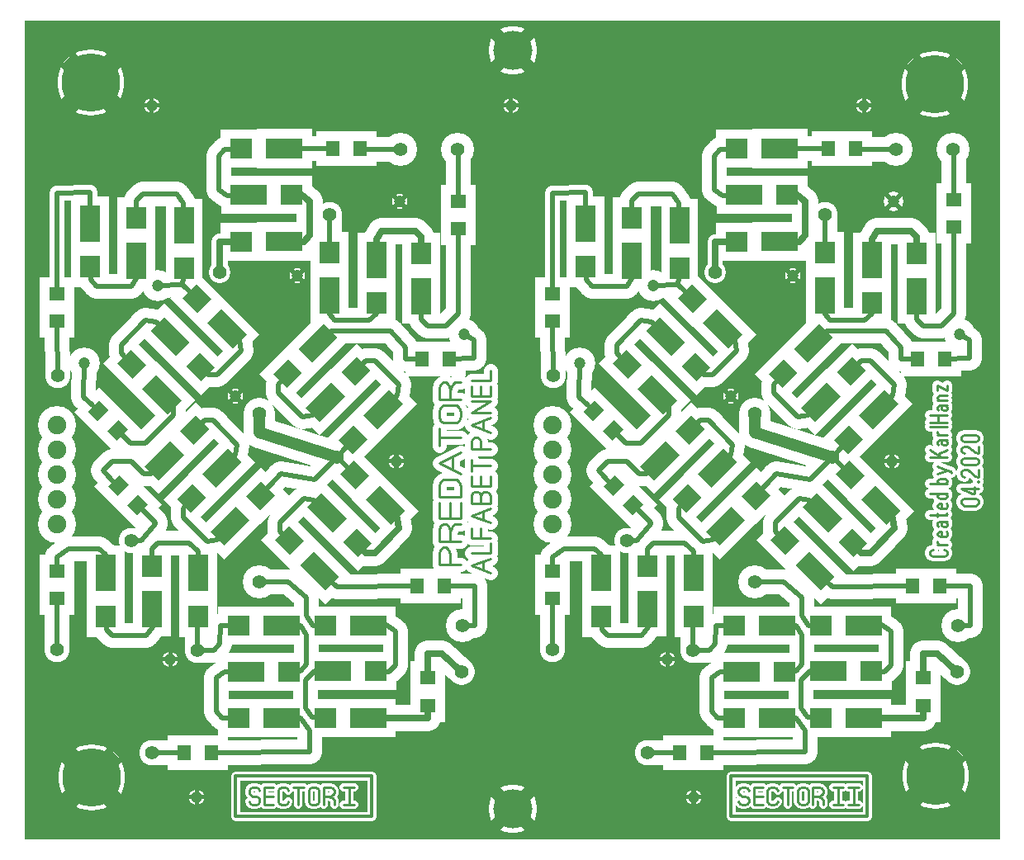
<source format=gbr>
%FSLAX34Y34*%
%MOMM*%
%LNCOPPER_TOP*%
G71*
G01*
%ADD10C, 3.200*%
%ADD11C, 2.500*%
%ADD12C, 2.200*%
%ADD13C, 1.700*%
%ADD14C, 2.700*%
%ADD15C, 2.600*%
%ADD16C, 3.400*%
%ADD17C, 1.500*%
%ADD18C, 3.200*%
%ADD19C, 3.900*%
%ADD20C, 1.478*%
%ADD21C, 1.444*%
%ADD22C, 0.822*%
%ADD23C, 5.000*%
%ADD24C, 6.800*%
%ADD25C, 6.800*%
%ADD26R, 3.400X3.600*%
%ADD27R, 4.200X4.000*%
%ADD28R, 5.700X4.000*%
%ADD29R, 3.600X3.400*%
%ADD30R, 4.000X4.200*%
%ADD31R, 4.000X5.700*%
%ADD32R, 3.800X4.000*%
%ADD33R, 3.800X5.500*%
%ADD34C, 1.022*%
%ADD35C, 0.900*%
%ADD36C, 1.600*%
%ADD37C, 2.000*%
%ADD38C, 1.333*%
%ADD39C, 2.000*%
%ADD40C, 0.460*%
%ADD41C, 0.440*%
%ADD42C, 1.200*%
%ADD43C, 0.500*%
%ADD44C, 1.400*%
%ADD45C, 0.700*%
%ADD46C, 1.200*%
%ADD47C, 1.900*%
%ADD48C, 0.278*%
%ADD49C, 0.244*%
%ADD50C, 0.222*%
%ADD51C, 4.000*%
%ADD52C, 6.000*%
%ADD53C, 6.000*%
%ADD54R, 1.400X1.600*%
%ADD55R, 2.200X2.000*%
%ADD56R, 3.700X2.000*%
%ADD57R, 1.600X1.400*%
%ADD58R, 2.000X2.200*%
%ADD59R, 2.000X3.700*%
%ADD60C, 0.300*%
%LPD*%
G36*
X0Y840000D02*
X1000000Y840000D01*
X1000000Y0D01*
X0Y0D01*
X0Y840000D01*
G37*
%LPC*%
X136922Y568284D02*
G54D10*
D03*
G54D11*
X176873Y555174D02*
X162322Y569034D01*
X163684Y584689D01*
G54D11*
X136922Y568284D02*
X162322Y569034D01*
X200422Y581734D02*
G54D12*
D03*
G54D13*
X200422Y581734D02*
X200422Y613484D01*
X222471Y613484D01*
G54D14*
X271296Y613484D02*
X286147Y613484D01*
X292497Y619834D01*
X292497Y654759D01*
X283712Y661109D01*
X274187Y661109D01*
G54D11*
X230201Y707748D02*
X205422Y707845D01*
X199072Y701495D01*
X199072Y666570D01*
X207857Y660220D01*
X220557Y660220D01*
G54D11*
X114334Y636369D02*
X114968Y655490D01*
X121318Y661840D01*
X156243Y661840D01*
X162593Y653055D01*
X162593Y640355D01*
G54D11*
X67095Y586296D02*
X67985Y574011D01*
X74335Y567661D01*
X109260Y567660D01*
X115610Y576445D01*
X115610Y589145D01*
G54D11*
X363031Y172546D02*
X373902Y172405D01*
X380252Y178755D01*
X380252Y213680D01*
X371468Y220030D01*
X358768Y220030D01*
G54D11*
X219296Y124534D02*
X202890Y124780D01*
X196541Y131130D01*
X196540Y166055D01*
X205325Y172405D01*
X218025Y172405D01*
G54D11*
X180675Y484904D02*
X188413Y476692D01*
X197393Y476692D01*
X222089Y501388D01*
X220368Y512089D01*
X211387Y521070D01*
G54D14*
X341435Y304531D02*
X350344Y294285D01*
X359325Y294285D01*
X384020Y318981D01*
X382299Y329682D01*
X373319Y338663D01*
X241159Y437272D02*
G54D15*
D03*
G54D11*
X339793Y480274D02*
X350266Y491106D01*
X359246Y491105D01*
X383942Y466410D01*
X382221Y455708D01*
X373240Y446728D01*
G54D11*
X269729Y478159D02*
X260367Y466942D01*
X260367Y457962D01*
X285062Y433266D01*
X295764Y434988D01*
X304744Y443968D01*
G54D11*
X320267Y392424D02*
X336900Y410029D01*
G54D11*
X320266Y392424D02*
X338970Y374118D01*
G54D11*
X361168Y550690D02*
X361170Y539085D01*
X353232Y532735D01*
X318307Y532735D01*
X311957Y539932D01*
X311957Y554220D01*
X312569Y641037D02*
G54D15*
D03*
G54D11*
X312569Y601923D02*
X312569Y641037D01*
G54D11*
X271296Y708734D02*
X316309Y708734D01*
G54D14*
X406821Y601270D02*
X407207Y618022D01*
X400857Y624372D01*
X365932Y624372D01*
X361170Y615587D01*
X361168Y594753D01*
G54D11*
X271618Y306766D02*
X261620Y316334D01*
X261620Y325314D01*
X286315Y350010D01*
X297017Y348288D01*
X305997Y339308D01*
G54D11*
X109693Y487741D02*
X99689Y498741D01*
X99689Y507721D01*
X124385Y532417D01*
X135087Y530695D01*
X144067Y521715D01*
G54D11*
X174667Y420091D02*
X184616Y429874D01*
X193596Y429874D01*
X218292Y405178D01*
X216570Y394477D01*
X207590Y385496D01*
G54D11*
X171216Y349886D02*
X162649Y339462D01*
X162649Y330482D01*
X187344Y305787D01*
X198046Y307508D01*
X207027Y316488D01*
G54D11*
X242075Y352795D02*
X263044Y375020D01*
X297259Y369009D01*
X320266Y392424D01*
G54D11*
X130595Y284000D02*
X130713Y297874D01*
X137063Y304224D01*
X168813Y304224D01*
X178338Y295440D01*
X178338Y282740D01*
G54D11*
X83357Y229166D02*
X83860Y215236D01*
X90210Y208886D01*
X125135Y208886D01*
X131485Y217670D01*
X131485Y230370D01*
X177658Y194384D02*
G54D15*
D03*
G54D11*
X177658Y194384D02*
X177658Y231722D01*
G54D11*
X219296Y219784D02*
X200808Y219398D01*
X200422Y200734D01*
X194072Y194384D01*
X177658Y194384D01*
G54D11*
X308196Y124534D02*
X294850Y125424D01*
X288500Y134949D01*
X288500Y163524D01*
X297284Y173049D01*
X313159Y173049D01*
G54D11*
X271296Y124534D02*
X282972Y124534D01*
X292497Y111834D01*
X292497Y89609D01*
X191793Y89015D01*
G54D11*
X271296Y219784D02*
X282972Y219784D01*
X289322Y210259D01*
X289322Y179303D01*
X282972Y172953D01*
X271012Y172159D01*
X241158Y264233D02*
G54D16*
D03*
G54D11*
X241158Y264234D02*
X270272Y264234D01*
X289322Y248359D01*
X289322Y229309D01*
X295672Y219784D01*
X308196Y219784D01*
G54D11*
X33980Y476128D02*
X33186Y525524D01*
G54D17*
X33186Y559874D02*
X33186Y663439D01*
X67147Y663609D01*
X67147Y639936D01*
X67095Y639884D01*
X448327Y172159D02*
G54D15*
D03*
X33980Y476128D02*
G54D15*
D03*
X61688Y488828D02*
G54D10*
D03*
G54D11*
X61688Y488828D02*
X60797Y454059D01*
X69740Y445556D01*
G54D11*
X94029Y421267D02*
X94029Y420827D01*
X108422Y406434D01*
X124297Y406434D01*
X152872Y435009D01*
X152872Y444562D01*
X146462Y450972D01*
X33186Y195141D02*
G54D15*
D03*
X385594Y707712D02*
G54D16*
D03*
G54D11*
X385594Y707712D02*
X345332Y707712D01*
X344309Y708734D01*
X450708Y518234D02*
G54D10*
D03*
X130627Y89015D02*
G54D15*
D03*
G54D11*
X130627Y89015D02*
X163793Y89015D01*
G54D11*
X33262Y275590D02*
X33262Y290000D01*
X44922Y298484D01*
X76672Y298484D01*
X83022Y292134D01*
X82970Y281109D01*
G54D11*
X33186Y195141D02*
X33186Y241163D01*
X33262Y241240D01*
G54D11*
X92643Y365368D02*
X80873Y378714D01*
X90398Y388239D01*
X109448Y388239D01*
X122148Y375539D01*
X129885Y375539D01*
X137191Y382846D01*
X449121Y219784D02*
G54D16*
D03*
G54D14*
X448327Y172159D02*
X427831Y190500D01*
X413468Y190638D01*
X413295Y165735D01*
G54D14*
X360196Y124534D02*
X413147Y124534D01*
X413295Y137735D01*
G54D11*
X308387Y269996D02*
X320353Y259591D01*
X402691Y259968D01*
G54D11*
X449121Y219784D02*
X461566Y219784D01*
X461821Y259771D01*
X430691Y259968D01*
G54D18*
X241159Y437272D02*
X241159Y417542D01*
X320266Y392424D01*
X109386Y306266D02*
G54D15*
D03*
G54D11*
X109386Y306266D02*
X119378Y306266D01*
X133822Y323884D01*
X133822Y325483D01*
X120476Y338829D01*
G54D11*
X406821Y549270D02*
X406821Y533485D01*
X413222Y527084D01*
X432272Y527084D01*
X444972Y539784D01*
X444972Y624963D01*
X444332Y707712D02*
G54D16*
D03*
G54D11*
X444972Y654551D02*
X444972Y707072D01*
X444332Y707712D01*
X33568Y424960D02*
G54D19*
D03*
X33568Y399560D02*
G54D19*
D03*
X33568Y374160D02*
G54D19*
D03*
X33568Y348760D02*
G54D19*
D03*
X33568Y323360D02*
G54D19*
D03*
X320267Y392424D02*
G54D15*
D03*
G54D20*
X447367Y282064D02*
X425145Y282064D01*
X425145Y293176D01*
X426534Y297620D01*
X429312Y299842D01*
X432090Y299842D01*
X434867Y297620D01*
X436256Y293176D01*
X436256Y282064D01*
G54D20*
X436256Y314842D02*
X439034Y321509D01*
X441812Y323731D01*
X447367Y323731D01*
G54D20*
X447367Y305953D02*
X425145Y305953D01*
X425145Y317064D01*
X426534Y321509D01*
X429312Y323731D01*
X432090Y323731D01*
X434867Y321509D01*
X436256Y317064D01*
X436256Y305953D01*
G54D20*
X447367Y345398D02*
X447367Y329842D01*
X425145Y329842D01*
X425145Y345398D01*
G54D20*
X436256Y329842D02*
X436256Y345398D01*
G54D20*
X447367Y351509D02*
X425145Y351509D01*
X425145Y362620D01*
X426534Y367065D01*
X429312Y369287D01*
X443201Y369287D01*
X445978Y367065D01*
X447367Y362620D01*
X447367Y351509D01*
G54D20*
X447367Y375398D02*
X425145Y386510D01*
X447367Y397621D01*
G54D20*
X439034Y379843D02*
X439034Y393176D01*
G54D20*
X447367Y412620D02*
X425145Y412620D01*
G54D20*
X425145Y403731D02*
X425145Y421509D01*
G54D20*
X429312Y445398D02*
X443201Y445398D01*
X445978Y443176D01*
X447367Y438732D01*
X447367Y434287D01*
X445978Y429843D01*
X443201Y427620D01*
X429312Y427620D01*
X426534Y429843D01*
X425145Y434287D01*
X425145Y438732D01*
X426534Y443176D01*
X429312Y445398D01*
G54D20*
X436256Y460398D02*
X439034Y467065D01*
X441812Y469287D01*
X447367Y469287D01*
G54D20*
X447367Y451509D02*
X425145Y451509D01*
X425145Y462620D01*
X426534Y467065D01*
X429312Y469287D01*
X432090Y469287D01*
X434867Y467065D01*
X436256Y462620D01*
X436256Y451509D01*
G54D21*
X477640Y273759D02*
X458084Y281092D01*
X477640Y288426D01*
G54D21*
X470307Y276692D02*
X470307Y285492D01*
G54D21*
X458084Y293804D02*
X477640Y293804D01*
X477640Y304070D01*
G54D21*
X477640Y309449D02*
X458084Y309449D01*
X458084Y319716D01*
G54D21*
X467862Y309449D02*
X467862Y319716D01*
G54D21*
X477640Y325094D02*
X458084Y332427D01*
X477640Y339761D01*
G54D21*
X470307Y328027D02*
X470307Y336827D01*
G54D21*
X477640Y345139D02*
X458084Y345139D01*
X458084Y352472D01*
X459307Y355406D01*
X461751Y356872D01*
X464195Y356872D01*
X466640Y355406D01*
X467862Y352472D01*
X469084Y355406D01*
X471529Y356872D01*
X473973Y356872D01*
X476418Y355406D01*
X477640Y352472D01*
X477640Y345139D01*
G54D21*
X467862Y345139D02*
X467862Y352472D01*
G54D21*
X477640Y372517D02*
X477640Y362250D01*
X458084Y362250D01*
X458084Y372517D01*
G54D21*
X467862Y362250D02*
X467862Y372517D01*
G54D21*
X477640Y383762D02*
X458084Y383762D01*
G54D21*
X458084Y377895D02*
X458084Y389628D01*
G54D21*
X477640Y400677D02*
X458084Y400677D01*
X458084Y408010D01*
X459307Y410944D01*
X461751Y412410D01*
X464195Y412410D01*
X466640Y410944D01*
X467862Y408010D01*
X467862Y400677D01*
G54D21*
X477640Y417788D02*
X458084Y425121D01*
X477640Y432455D01*
G54D21*
X470307Y420721D02*
X470307Y429521D01*
G54D21*
X477640Y437833D02*
X458084Y437833D01*
X477640Y449566D01*
X458084Y449566D01*
G54D21*
X477640Y465211D02*
X477640Y454944D01*
X458084Y454944D01*
X458084Y465211D01*
G54D21*
X467862Y454944D02*
X467862Y465211D01*
G54D21*
X458084Y470589D02*
X477640Y470589D01*
X477640Y480856D01*
G54D11*
X306317Y514151D02*
X307464Y514151D01*
X314722Y521409D01*
X375047Y521409D01*
X390997Y504859D01*
X390922Y492834D01*
X407454Y493331D01*
G54D11*
X435454Y493331D02*
X460847Y493747D01*
X460847Y512797D01*
X450708Y518234D01*
G54D22*
X732030Y39045D02*
X733364Y36822D01*
X736030Y35711D01*
X738697Y35711D01*
X741364Y36822D01*
X742697Y39045D01*
X742697Y41267D01*
X741364Y43489D01*
X738697Y44600D01*
X736030Y44600D01*
X733364Y45711D01*
X732030Y47934D01*
X732030Y50156D01*
X733364Y52378D01*
X736030Y53489D01*
X738697Y53489D01*
X741364Y52378D01*
X742697Y50156D01*
G54D22*
X756920Y35711D02*
X747586Y35711D01*
X747586Y53489D01*
X756920Y53489D01*
G54D22*
X747586Y44600D02*
X756920Y44600D01*
G54D22*
X772475Y39045D02*
X771142Y36822D01*
X768475Y35711D01*
X765808Y35711D01*
X763142Y36822D01*
X761808Y39045D01*
X761808Y50156D01*
X763142Y52378D01*
X765808Y53489D01*
X768475Y53489D01*
X771142Y52378D01*
X772475Y50156D01*
G54D22*
X782698Y35711D02*
X782698Y53489D01*
G54D22*
X777364Y53489D02*
X788031Y53489D01*
G54D22*
X803587Y50156D02*
X803587Y39045D01*
X802254Y36822D01*
X799587Y35711D01*
X796920Y35711D01*
X794254Y36822D01*
X792920Y39045D01*
X792920Y50156D01*
X794254Y52378D01*
X796920Y53489D01*
X799587Y53489D01*
X802254Y52378D01*
X803587Y50156D01*
G54D22*
X813810Y44600D02*
X817810Y42378D01*
X819143Y40156D01*
X819143Y35711D01*
G54D22*
X808476Y35711D02*
X808476Y53489D01*
X815143Y53489D01*
X817810Y52378D01*
X819143Y50156D01*
X819143Y47934D01*
X817810Y45711D01*
X815143Y44600D01*
X808476Y44600D01*
G54D22*
X829188Y35711D02*
X839855Y35711D01*
G54D22*
X834522Y35711D02*
X834522Y53489D01*
G54D22*
X829188Y53489D02*
X839855Y53489D01*
G54D22*
X844744Y35711D02*
X855411Y35711D01*
G54D22*
X850078Y35711D02*
X850078Y53489D01*
G54D22*
X844744Y53489D02*
X855411Y53489D01*
X500535Y809659D02*
G54D23*
D03*
X500534Y31784D02*
G54D23*
D03*
X68734Y63534D02*
G54D24*
D03*
X933922Y65122D02*
G54D25*
D03*
X933450Y774700D02*
G54D25*
D03*
X68263Y776288D02*
G54D24*
D03*
X316309Y708734D02*
G54D26*
D03*
X344309Y708734D02*
G54D26*
D03*
X274187Y661109D02*
G54D27*
D03*
X230124Y661109D02*
G54D28*
D03*
X222471Y708734D02*
G54D27*
D03*
G36*
X238034Y728734D02*
X295034Y728734D01*
X295034Y688734D01*
X238034Y688734D01*
X238034Y728734D01*
G37*
X222471Y613484D02*
G54D27*
D03*
G36*
X238034Y633484D02*
X295034Y633484D01*
X295034Y593484D01*
X238034Y593484D01*
X238034Y633484D01*
G37*
X407454Y493331D02*
G54D26*
D03*
X435454Y493331D02*
G54D26*
D03*
X402691Y259968D02*
G54D26*
D03*
X430691Y259968D02*
G54D26*
D03*
X413295Y165735D02*
G54D29*
D03*
X413295Y137735D02*
G54D29*
D03*
X163793Y89015D02*
G54D26*
D03*
X191793Y89015D02*
G54D26*
D03*
X33186Y559874D02*
G54D29*
D03*
X33186Y531874D02*
G54D29*
D03*
X33262Y275590D02*
G54D29*
D03*
X33262Y247590D02*
G54D29*
D03*
G36*
X94696Y395184D02*
X70654Y419226D01*
X96110Y444682D01*
X120151Y420640D01*
X94696Y395184D01*
G37*
G36*
X74897Y414983D02*
X50855Y439025D01*
X76311Y464481D01*
X100352Y440439D01*
X74897Y414983D01*
G37*
G36*
X115279Y318570D02*
X91237Y342612D01*
X116693Y368068D01*
X140734Y344026D01*
X115279Y318570D01*
G37*
G36*
X95479Y338369D02*
X71438Y362411D01*
X96894Y387867D01*
X120935Y363825D01*
X95479Y338369D01*
G37*
X67095Y587884D02*
G54D30*
D03*
X67095Y631947D02*
G54D31*
D03*
X114334Y637956D02*
G54D30*
D03*
X114334Y593893D02*
G54D31*
D03*
X163684Y586276D02*
G54D32*
D03*
X163684Y630339D02*
G54D33*
D03*
X406821Y601270D02*
G54D30*
D03*
X406821Y557207D02*
G54D31*
D03*
X312569Y601923D02*
G54D30*
D03*
X312569Y557860D02*
G54D31*
D03*
X361168Y550690D02*
G54D30*
D03*
X361168Y594753D02*
G54D31*
D03*
X130595Y280825D02*
G54D30*
D03*
X130595Y236762D02*
G54D31*
D03*
X83357Y229166D02*
G54D30*
D03*
X83357Y273229D02*
G54D31*
D03*
X178607Y229166D02*
G54D30*
D03*
X178607Y273229D02*
G54D31*
D03*
X219296Y219784D02*
G54D27*
D03*
X263359Y219784D02*
G54D28*
D03*
X219296Y124534D02*
G54D27*
D03*
X263359Y124534D02*
G54D28*
D03*
X271012Y172159D02*
G54D27*
D03*
X226949Y172159D02*
G54D28*
D03*
X308196Y219784D02*
G54D27*
D03*
X352259Y219784D02*
G54D28*
D03*
X359856Y172546D02*
G54D27*
D03*
X315793Y172546D02*
G54D28*
D03*
X308196Y124534D02*
G54D27*
D03*
X352259Y124534D02*
G54D28*
D03*
G36*
X176166Y582752D02*
X204450Y554467D01*
X177579Y527597D01*
X149296Y555882D01*
X176166Y582752D01*
G37*
G36*
X202019Y556898D02*
X240910Y518007D01*
X214040Y491137D01*
X175149Y530028D01*
X202019Y556898D01*
G37*
G36*
X108986Y516732D02*
X138684Y487034D01*
X110400Y458750D01*
X80702Y488448D01*
X108986Y516732D01*
G37*
G36*
X134840Y490878D02*
X175145Y450573D01*
X146860Y422289D01*
X106555Y462594D01*
X134840Y490878D01*
G37*
G36*
X181382Y455913D02*
X151684Y485612D01*
X179968Y513896D01*
X209667Y484197D01*
X181382Y455913D01*
G37*
G36*
X155528Y481767D02*
X115223Y522072D01*
X143508Y550356D01*
X183813Y510051D01*
X155528Y481767D01*
G37*
G36*
X338263Y403109D02*
X367961Y373411D01*
X339677Y345127D01*
X309978Y374825D01*
X338263Y403109D01*
G37*
G36*
X364117Y377255D02*
X404422Y336950D01*
X376138Y308666D01*
X335832Y348971D01*
X364117Y377255D01*
G37*
G36*
X270911Y335757D02*
X300609Y306059D01*
X272325Y277775D01*
X242626Y307473D01*
X270911Y335757D01*
G37*
G36*
X296765Y309903D02*
X337070Y269598D01*
X308785Y241314D01*
X268480Y281619D01*
X296765Y309903D01*
G37*
G36*
X342142Y275540D02*
X312443Y305239D01*
X340728Y333523D01*
X370426Y303824D01*
X342142Y275540D01*
G37*
G36*
X316288Y301394D02*
X275983Y341699D01*
X304267Y369984D01*
X344572Y329678D01*
X316288Y301394D01*
G37*
G36*
X203658Y420798D02*
X173960Y391099D01*
X145675Y419383D01*
X175374Y449082D01*
X203658Y420798D01*
G37*
G36*
X177804Y394944D02*
X137499Y354639D01*
X109215Y382923D01*
X149520Y423228D01*
X177804Y394944D01*
G37*
G36*
X271066Y353502D02*
X241368Y323803D01*
X213083Y352088D01*
X242782Y381786D01*
X271066Y353502D01*
G37*
G36*
X245212Y327648D02*
X204907Y287343D01*
X176623Y315627D01*
X216928Y355932D01*
X245212Y327648D01*
G37*
G36*
X142225Y349179D02*
X171924Y378877D01*
X200208Y350593D01*
X170509Y320895D01*
X142225Y349179D01*
G37*
G36*
X168079Y375033D02*
X208384Y415338D01*
X236669Y387054D01*
X196363Y346748D01*
X168079Y375033D01*
G37*
G36*
X368784Y480981D02*
X339086Y451283D01*
X310801Y479567D01*
X340500Y509266D01*
X368784Y480981D01*
G37*
G36*
X342930Y455127D02*
X302625Y414822D01*
X274341Y443107D01*
X314646Y483412D01*
X342930Y455127D01*
G37*
G36*
X240737Y477452D02*
X270436Y507151D01*
X298720Y478866D01*
X269022Y449168D01*
X240737Y477452D01*
G37*
G36*
X266591Y503306D02*
X306896Y543611D01*
X335181Y515327D01*
X294875Y475022D01*
X266591Y503306D01*
G37*
G36*
X307908Y409322D02*
X337607Y439021D01*
X365891Y410737D01*
X336193Y381038D01*
X307908Y409322D01*
G37*
G36*
X333762Y435176D02*
X374068Y475481D01*
X402352Y447197D01*
X362047Y406892D01*
X333762Y435176D01*
G37*
X644922Y568284D02*
G54D10*
D03*
G54D11*
X684873Y555174D02*
X670322Y569034D01*
X671684Y584689D01*
G54D11*
X644922Y568284D02*
X670322Y569034D01*
X708422Y581734D02*
G54D12*
D03*
G54D17*
X708422Y581734D02*
X708422Y613484D01*
X730471Y613484D01*
G54D14*
X779296Y613484D02*
X794147Y613484D01*
X800497Y619834D01*
X800497Y654759D01*
X791712Y661109D01*
X782187Y661109D01*
G54D11*
X738201Y707748D02*
X713422Y707845D01*
X707072Y701495D01*
X707072Y666570D01*
X715857Y660220D01*
X728557Y660220D01*
G54D11*
X622334Y636369D02*
X622968Y655490D01*
X629318Y661840D01*
X664243Y661840D01*
X670593Y653055D01*
X670593Y640355D01*
G54D11*
X575095Y586296D02*
X575985Y574011D01*
X582335Y567661D01*
X617260Y567660D01*
X623610Y576445D01*
X623610Y589145D01*
G54D11*
X871031Y172546D02*
X881902Y172405D01*
X888252Y178755D01*
X888252Y213680D01*
X879468Y220030D01*
X866768Y220030D01*
G54D11*
X727296Y124534D02*
X710890Y124780D01*
X704541Y131130D01*
X704540Y166055D01*
X713325Y172405D01*
X726025Y172405D01*
G54D11*
X688675Y484904D02*
X696413Y476692D01*
X705393Y476692D01*
X730089Y501388D01*
X728368Y512089D01*
X719387Y521070D01*
G54D14*
X849435Y304531D02*
X858344Y294285D01*
X867325Y294285D01*
X892020Y318981D01*
X890299Y329682D01*
X881319Y338663D01*
X749159Y437272D02*
G54D15*
D03*
G54D11*
X847793Y480274D02*
X858266Y491106D01*
X867246Y491105D01*
X891942Y466410D01*
X890221Y455708D01*
X881240Y446728D01*
G54D11*
X777729Y478159D02*
X768367Y466942D01*
X768367Y457962D01*
X793062Y433266D01*
X803764Y434988D01*
X812744Y443968D01*
G54D11*
X828267Y392424D02*
X844900Y410029D01*
G54D11*
X828266Y392424D02*
X846970Y374118D01*
G54D11*
X869168Y550690D02*
X869170Y539085D01*
X861232Y532735D01*
X826307Y532735D01*
X819957Y539932D01*
X819957Y554220D01*
X820569Y641037D02*
G54D15*
D03*
G54D11*
X820569Y601923D02*
X820569Y641037D01*
G54D11*
X779296Y708734D02*
X824309Y708734D01*
G54D14*
X914821Y601270D02*
X915207Y618022D01*
X908857Y624372D01*
X873932Y624372D01*
X869170Y615587D01*
X869168Y594753D01*
G54D11*
X779618Y306766D02*
X769620Y316334D01*
X769620Y325314D01*
X794315Y350010D01*
X805017Y348288D01*
X813997Y339308D01*
G54D11*
X617693Y487741D02*
X607689Y498741D01*
X607689Y507721D01*
X632385Y532417D01*
X643087Y530695D01*
X652067Y521715D01*
G54D11*
X682667Y420091D02*
X692616Y429874D01*
X701596Y429874D01*
X726292Y405178D01*
X724570Y394477D01*
X715590Y385496D01*
G54D11*
X679216Y349886D02*
X670649Y339462D01*
X670649Y330482D01*
X695344Y305787D01*
X706046Y307508D01*
X715027Y316488D01*
G54D11*
X750075Y352795D02*
X771044Y375020D01*
X805259Y369009D01*
X828266Y392424D01*
G54D11*
X638595Y284000D02*
X638713Y297874D01*
X645063Y304224D01*
X676813Y304224D01*
X686338Y295440D01*
X686338Y282740D01*
G54D11*
X591357Y229166D02*
X591860Y215236D01*
X598210Y208886D01*
X633135Y208886D01*
X639485Y217670D01*
X639485Y230370D01*
X685658Y194384D02*
G54D15*
D03*
G54D11*
X685658Y194384D02*
X685658Y231722D01*
G54D11*
X727296Y219784D02*
X708808Y219398D01*
X708422Y200734D01*
X702072Y194384D01*
X685658Y194384D01*
G54D11*
X816196Y124534D02*
X802850Y125424D01*
X796500Y134949D01*
X796500Y163524D01*
X805284Y173049D01*
X821159Y173049D01*
G54D11*
X779296Y124534D02*
X790972Y124534D01*
X800497Y111834D01*
X800497Y89609D01*
X699793Y89015D01*
G54D11*
X779296Y219784D02*
X790972Y219784D01*
X797322Y210259D01*
X797322Y179303D01*
X790972Y172953D01*
X779012Y172159D01*
X749158Y264233D02*
G54D16*
D03*
G54D11*
X749158Y264234D02*
X778272Y264234D01*
X797322Y248359D01*
X797322Y229309D01*
X803672Y219784D01*
X816196Y219784D01*
G54D11*
X541980Y476128D02*
X541186Y525524D01*
G54D17*
X541186Y559874D02*
X541186Y663439D01*
X575147Y663609D01*
X575147Y639936D01*
X575095Y639884D01*
X956327Y172159D02*
G54D15*
D03*
X541980Y476128D02*
G54D15*
D03*
X569688Y488828D02*
G54D10*
D03*
G54D11*
X569688Y488828D02*
X568797Y454059D01*
X577740Y445556D01*
G54D11*
X602029Y421267D02*
X602029Y420827D01*
X616422Y406434D01*
X632297Y406434D01*
X660872Y435009D01*
X660872Y444562D01*
X654462Y450972D01*
X541186Y195141D02*
G54D15*
D03*
X893594Y707712D02*
G54D16*
D03*
G54D11*
X893594Y707712D02*
X853332Y707712D01*
X852309Y708734D01*
X958708Y518234D02*
G54D10*
D03*
X638627Y89015D02*
G54D15*
D03*
G54D11*
X638627Y89015D02*
X671793Y89015D01*
G54D11*
X541262Y275590D02*
X541262Y290000D01*
X552922Y298484D01*
X584672Y298484D01*
X591022Y292134D01*
X590970Y281109D01*
G54D11*
X541186Y195141D02*
X541186Y241163D01*
X541262Y241240D01*
G54D11*
X600643Y365368D02*
X588873Y378714D01*
X598398Y388239D01*
X617448Y388239D01*
X630148Y375539D01*
X637885Y375539D01*
X645191Y382846D01*
X957121Y219784D02*
G54D16*
D03*
G54D11*
X816387Y269996D02*
X828353Y259591D01*
X910691Y259968D01*
G54D11*
X957121Y219784D02*
X969566Y219784D01*
X969821Y259771D01*
X938691Y259968D01*
G54D18*
X749159Y437272D02*
X749159Y417542D01*
X828266Y392424D01*
X617386Y306266D02*
G54D15*
D03*
G54D11*
X617386Y306266D02*
X627378Y306266D01*
X641822Y323884D01*
X641822Y325483D01*
X628476Y338829D01*
G54D11*
X914821Y549270D02*
X914821Y533485D01*
X921222Y527084D01*
X940272Y527084D01*
X952972Y539784D01*
X952972Y624963D01*
X952332Y707712D02*
G54D16*
D03*
G54D11*
X952972Y659313D02*
X952972Y707072D01*
X952332Y707712D01*
X541568Y424960D02*
G54D19*
D03*
X541568Y399560D02*
G54D19*
D03*
X541568Y374160D02*
G54D19*
D03*
X541568Y348760D02*
G54D19*
D03*
X541568Y323360D02*
G54D19*
D03*
X828267Y392424D02*
G54D15*
D03*
G54D11*
X814317Y514151D02*
X815464Y514151D01*
X822722Y521409D01*
X883047Y521409D01*
X898997Y504859D01*
X898922Y492834D01*
X915454Y493331D01*
G54D11*
X943454Y493331D02*
X968847Y493747D01*
X968847Y512797D01*
X958708Y518234D01*
X824309Y708734D02*
G54D26*
D03*
X852309Y708734D02*
G54D26*
D03*
X782187Y661109D02*
G54D27*
D03*
X738124Y661109D02*
G54D28*
D03*
X730471Y708734D02*
G54D27*
D03*
G36*
X746034Y728734D02*
X803034Y728734D01*
X803034Y688734D01*
X746034Y688734D01*
X746034Y728734D01*
G37*
X730471Y613484D02*
G54D27*
D03*
G36*
X746034Y633484D02*
X803034Y633484D01*
X803034Y593484D01*
X746034Y593484D01*
X746034Y633484D01*
G37*
X915454Y493331D02*
G54D26*
D03*
X943454Y493331D02*
G54D26*
D03*
X910691Y259968D02*
G54D26*
D03*
X938691Y259968D02*
G54D26*
D03*
X671793Y89015D02*
G54D26*
D03*
X699793Y89015D02*
G54D26*
D03*
X541186Y559874D02*
G54D29*
D03*
X541186Y531874D02*
G54D29*
D03*
X541262Y275590D02*
G54D29*
D03*
X541262Y247590D02*
G54D29*
D03*
G36*
X602696Y395184D02*
X578654Y419226D01*
X604110Y444682D01*
X628152Y420641D01*
X602696Y395184D01*
G37*
G36*
X582897Y414983D02*
X558855Y439025D01*
X584311Y464481D01*
X608352Y440440D01*
X582897Y414983D01*
G37*
G36*
X623279Y318570D02*
X599237Y342612D01*
X624693Y368068D01*
X648734Y344026D01*
X623279Y318570D01*
G37*
G36*
X603480Y338369D02*
X579438Y362411D01*
X604894Y387867D01*
X628936Y363825D01*
X603480Y338369D01*
G37*
X575095Y587884D02*
G54D30*
D03*
X575095Y631947D02*
G54D31*
D03*
X622334Y637956D02*
G54D30*
D03*
X622334Y593893D02*
G54D31*
D03*
X671684Y586276D02*
G54D32*
D03*
X671684Y630339D02*
G54D33*
D03*
X914821Y601270D02*
G54D30*
D03*
X914821Y557207D02*
G54D31*
D03*
X820569Y601923D02*
G54D30*
D03*
X820569Y557860D02*
G54D31*
D03*
X869168Y550690D02*
G54D30*
D03*
X869168Y594753D02*
G54D31*
D03*
X638595Y280825D02*
G54D30*
D03*
X638595Y236762D02*
G54D31*
D03*
X591357Y229166D02*
G54D30*
D03*
X591357Y273229D02*
G54D31*
D03*
X686607Y229166D02*
G54D30*
D03*
X686607Y273229D02*
G54D31*
D03*
X727296Y219784D02*
G54D27*
D03*
X771359Y219784D02*
G54D28*
D03*
X727296Y124534D02*
G54D27*
D03*
X771359Y124534D02*
G54D28*
D03*
X779012Y172159D02*
G54D27*
D03*
X734949Y172159D02*
G54D28*
D03*
X816196Y219784D02*
G54D27*
D03*
X860259Y219784D02*
G54D28*
D03*
X867856Y172546D02*
G54D27*
D03*
X823793Y172546D02*
G54D28*
D03*
X816196Y124534D02*
G54D27*
D03*
X860259Y124534D02*
G54D28*
D03*
G36*
X684166Y584166D02*
X713864Y554467D01*
X685580Y526183D01*
X655881Y555882D01*
X684166Y584166D01*
G37*
G36*
X710019Y558312D02*
X750325Y518007D01*
X722040Y489723D01*
X681735Y530028D01*
X710019Y558312D01*
G37*
G36*
X616986Y516732D02*
X646684Y487034D01*
X618400Y458750D01*
X588702Y488448D01*
X616986Y516732D01*
G37*
G36*
X642840Y490878D02*
X683145Y450573D01*
X654861Y422289D01*
X614555Y462594D01*
X642840Y490878D01*
G37*
G36*
X689382Y455913D02*
X659684Y485612D01*
X687968Y513896D01*
X717667Y484197D01*
X689382Y455913D01*
G37*
G36*
X663528Y481767D02*
X623223Y522072D01*
X651508Y550356D01*
X691813Y510051D01*
X663528Y481767D01*
G37*
G36*
X846263Y403109D02*
X875961Y373411D01*
X847677Y345127D01*
X817978Y374825D01*
X846263Y403109D01*
G37*
G36*
X872117Y377255D02*
X912422Y336950D01*
X884138Y308666D01*
X843832Y348971D01*
X872117Y377255D01*
G37*
G36*
X778911Y335757D02*
X808609Y306059D01*
X780325Y277775D01*
X750626Y307473D01*
X778911Y335757D01*
G37*
G36*
X804764Y309903D02*
X845070Y269598D01*
X816785Y241314D01*
X776480Y281619D01*
X804764Y309903D01*
G37*
G36*
X850142Y275540D02*
X820443Y305239D01*
X848728Y333523D01*
X878426Y303824D01*
X850142Y275540D01*
G37*
G36*
X824288Y301394D02*
X783983Y341699D01*
X812267Y369984D01*
X852572Y329678D01*
X824288Y301394D01*
G37*
G36*
X711658Y420798D02*
X681960Y391099D01*
X653675Y419384D01*
X683374Y449082D01*
X711658Y420798D01*
G37*
G36*
X685804Y394944D02*
X645499Y354639D01*
X617215Y382923D01*
X657520Y423228D01*
X685804Y394944D01*
G37*
G36*
X779066Y353502D02*
X749368Y323803D01*
X721083Y352088D01*
X750782Y381786D01*
X779066Y353502D01*
G37*
G36*
X753212Y327648D02*
X712907Y287343D01*
X684623Y315627D01*
X724928Y355932D01*
X753212Y327648D01*
G37*
G36*
X650225Y349179D02*
X679924Y378877D01*
X708208Y350593D01*
X678509Y320895D01*
X650225Y349179D01*
G37*
G36*
X676079Y375033D02*
X716384Y415338D01*
X744669Y387054D01*
X704363Y346749D01*
X676079Y375033D01*
G37*
G36*
X876784Y480981D02*
X847086Y451283D01*
X818801Y479567D01*
X848500Y509266D01*
X876784Y480981D01*
G37*
G36*
X850930Y455127D02*
X810625Y414822D01*
X782341Y443107D01*
X822646Y483412D01*
X850930Y455127D01*
G37*
G36*
X748737Y477452D02*
X778436Y507151D01*
X806720Y478866D01*
X777021Y449168D01*
X748737Y477452D01*
G37*
G36*
X774591Y503306D02*
X814896Y543611D01*
X843181Y515327D01*
X802875Y475022D01*
X774591Y503306D01*
G37*
G36*
X815908Y409322D02*
X845607Y439021D01*
X873891Y410736D01*
X844193Y381038D01*
X815908Y409322D01*
G37*
G36*
X841762Y435176D02*
X882068Y475481D01*
X910352Y447197D01*
X870047Y406892D01*
X841762Y435176D01*
G37*
G54D34*
X942718Y297479D02*
X944940Y296590D01*
X946051Y294812D01*
X946051Y293035D01*
X944940Y291257D01*
X942718Y290368D01*
X931607Y290368D01*
X929385Y291257D01*
X928274Y293035D01*
X928274Y294812D01*
X929385Y296590D01*
X931607Y297479D01*
G54D34*
X946051Y302368D02*
X936051Y302368D01*
G54D34*
X938274Y302368D02*
X936051Y304146D01*
X936051Y305924D01*
G54D34*
X944940Y316146D02*
X946051Y314724D01*
X946051Y312946D01*
X944940Y311169D01*
X942718Y310813D01*
X938940Y310813D01*
X936718Y311702D01*
X936051Y313480D01*
X936718Y315257D01*
X938274Y316146D01*
X940496Y316146D01*
X940496Y310813D01*
G54D34*
X937162Y321035D02*
X936051Y322813D01*
X936051Y324946D01*
X938274Y326368D01*
X946051Y326368D01*
G54D34*
X942718Y326368D02*
X940496Y325479D01*
X940051Y323702D01*
X940496Y321924D01*
X942718Y321035D01*
X944940Y321391D01*
X946051Y322813D01*
X946051Y323702D01*
X946051Y324057D01*
X944940Y325479D01*
X942718Y326368D01*
G54D34*
X928274Y333035D02*
X944940Y333035D01*
X946051Y333924D01*
X945607Y334813D01*
G54D34*
X936051Y331257D02*
X936051Y334813D01*
G54D34*
X944940Y345035D02*
X946051Y343613D01*
X946051Y341835D01*
X944940Y340058D01*
X942718Y339702D01*
X938940Y339702D01*
X936718Y340591D01*
X936051Y342369D01*
X936718Y344146D01*
X938274Y345035D01*
X940496Y345035D01*
X940496Y339702D01*
G54D34*
X946051Y355257D02*
X928274Y355257D01*
G54D34*
X938940Y355257D02*
X936718Y354368D01*
X936051Y352591D01*
X936718Y350813D01*
X938940Y349924D01*
X943385Y349924D01*
X945607Y350813D01*
X946051Y352591D01*
X945607Y354368D01*
X943385Y355257D01*
G54D34*
X946051Y365213D02*
X928274Y365213D01*
G54D34*
X938940Y365213D02*
X936718Y366102D01*
X936051Y367880D01*
X936718Y369657D01*
X938940Y370546D01*
X943385Y370546D01*
X945607Y369657D01*
X946051Y367880D01*
X945607Y366102D01*
X943385Y365213D01*
G54D34*
X936051Y375435D02*
X946051Y378991D01*
X936051Y382546D01*
G54D34*
X946051Y378991D02*
X949385Y378102D01*
X950496Y377213D01*
X950496Y376324D01*
G54D34*
X946051Y392502D02*
X928274Y392502D01*
G54D34*
X940496Y392502D02*
X928274Y399613D01*
G54D34*
X937162Y395169D02*
X946051Y399613D01*
G54D34*
X937162Y404502D02*
X936051Y406280D01*
X936051Y408413D01*
X938274Y409835D01*
X946051Y409835D01*
G54D34*
X942718Y409835D02*
X940496Y408946D01*
X940051Y407169D01*
X940496Y405391D01*
X942718Y404502D01*
X944940Y404858D01*
X946051Y406280D01*
X946051Y407169D01*
X946051Y407524D01*
X944940Y408946D01*
X942718Y409835D01*
G54D34*
X946051Y414724D02*
X936051Y414724D01*
G54D34*
X938274Y414724D02*
X936051Y416502D01*
X936051Y418280D01*
G54D34*
X946051Y423169D02*
X928274Y423169D01*
G54D34*
X946051Y428058D02*
X928274Y428058D01*
G54D34*
X946051Y435169D02*
X928274Y435169D01*
G54D34*
X937162Y428058D02*
X937162Y435169D01*
G54D34*
X937162Y440058D02*
X936051Y441836D01*
X936051Y443969D01*
X938274Y445391D01*
X946051Y445391D01*
G54D34*
X942718Y445391D02*
X940496Y444502D01*
X940051Y442725D01*
X940496Y440947D01*
X942718Y440058D01*
X944940Y440414D01*
X946051Y441836D01*
X946051Y442725D01*
X946051Y443080D01*
X944940Y444502D01*
X942718Y445391D01*
G54D34*
X946051Y450280D02*
X936051Y450280D01*
G54D34*
X938274Y450280D02*
X936718Y451169D01*
X936051Y452947D01*
X936718Y454724D01*
X938274Y455613D01*
X946051Y455613D01*
G54D34*
X936051Y460502D02*
X936051Y465835D01*
X946051Y460502D01*
X946051Y465835D01*
G54D34*
X963914Y349724D02*
X975025Y349724D01*
X977247Y348835D01*
X978358Y347057D01*
X978358Y345279D01*
X977247Y343501D01*
X975025Y342612D01*
X963914Y342612D01*
X961692Y343501D01*
X960580Y345279D01*
X960580Y347057D01*
X961692Y348835D01*
X963914Y349724D01*
G54D34*
X978358Y359946D02*
X960580Y359946D01*
X971692Y354612D01*
X973914Y354612D01*
X973914Y361724D01*
G54D34*
X978358Y367324D02*
X978358Y366612D01*
X977469Y366612D01*
X977469Y367324D01*
X978358Y367324D01*
X978358Y366612D01*
G54D34*
X978358Y379324D02*
X978358Y372212D01*
X977247Y372212D01*
X975025Y373101D01*
X968358Y378435D01*
X966136Y379324D01*
X963914Y379324D01*
X961692Y378435D01*
X960580Y376657D01*
X960580Y374879D01*
X961692Y373101D01*
X963914Y372212D01*
G54D34*
X963914Y391324D02*
X975025Y391324D01*
X977247Y390435D01*
X978358Y388657D01*
X978358Y386879D01*
X977247Y385101D01*
X975025Y384212D01*
X963914Y384212D01*
X961692Y385101D01*
X960580Y386879D01*
X960580Y388657D01*
X961692Y390435D01*
X963914Y391324D01*
G54D34*
X978358Y403324D02*
X978358Y396212D01*
X977247Y396212D01*
X975025Y397101D01*
X968358Y402435D01*
X966136Y403324D01*
X963914Y403324D01*
X961692Y402435D01*
X960580Y400657D01*
X960580Y398879D01*
X961692Y397101D01*
X963914Y396212D01*
G54D34*
X963914Y415324D02*
X975025Y415324D01*
X977247Y414435D01*
X978358Y412657D01*
X978358Y410879D01*
X977247Y409101D01*
X975025Y408212D01*
X963914Y408212D01*
X961692Y409101D01*
X960580Y410879D01*
X960580Y412657D01*
X961692Y414435D01*
X963914Y415324D01*
X444972Y654551D02*
G54D29*
D03*
X444972Y626551D02*
G54D29*
D03*
X952972Y656138D02*
G54D29*
D03*
X952972Y628138D02*
G54D29*
D03*
G54D35*
X723900Y65088D02*
X863600Y65088D01*
X863600Y23812D01*
X723900Y23812D01*
X723900Y65088D01*
G54D22*
X230380Y39045D02*
X231714Y36822D01*
X234380Y35711D01*
X237047Y35711D01*
X239714Y36822D01*
X241047Y39045D01*
X241047Y41267D01*
X239714Y43489D01*
X237047Y44600D01*
X234380Y44600D01*
X231714Y45711D01*
X230380Y47934D01*
X230380Y50156D01*
X231714Y52378D01*
X234380Y53489D01*
X237047Y53489D01*
X239714Y52378D01*
X241047Y50156D01*
G54D22*
X255270Y35711D02*
X245936Y35711D01*
X245936Y53489D01*
X255270Y53489D01*
G54D22*
X245936Y44600D02*
X255270Y44600D01*
G54D22*
X270825Y39045D02*
X269492Y36822D01*
X266825Y35711D01*
X264158Y35711D01*
X261492Y36822D01*
X260158Y39045D01*
X260158Y50156D01*
X261492Y52378D01*
X264158Y53489D01*
X266825Y53489D01*
X269492Y52378D01*
X270825Y50156D01*
G54D22*
X281048Y35711D02*
X281048Y53489D01*
G54D22*
X275714Y53489D02*
X286381Y53489D01*
G54D22*
X301937Y50156D02*
X301937Y39045D01*
X300604Y36822D01*
X297937Y35711D01*
X295270Y35711D01*
X292604Y36822D01*
X291270Y39045D01*
X291270Y50156D01*
X292604Y52378D01*
X295270Y53489D01*
X297937Y53489D01*
X300604Y52378D01*
X301937Y50156D01*
G54D22*
X312160Y44600D02*
X316160Y42378D01*
X317493Y40156D01*
X317493Y35711D01*
G54D22*
X306826Y35711D02*
X306826Y53489D01*
X313493Y53489D01*
X316160Y52378D01*
X317493Y50156D01*
X317493Y47934D01*
X316160Y45711D01*
X313493Y44600D01*
X306826Y44600D01*
G54D22*
X327538Y35711D02*
X338205Y35711D01*
G54D22*
X332872Y35711D02*
X332872Y53489D01*
G54D22*
X327538Y53489D02*
X338205Y53489D01*
G54D35*
X215900Y65088D02*
X355600Y65088D01*
X355600Y23812D01*
X215900Y23812D01*
X215900Y65088D01*
X498872Y753184D02*
G54D36*
D03*
X130572Y753184D02*
G54D36*
D03*
X860822Y753184D02*
G54D36*
D03*
G54D14*
X956327Y172159D02*
X935831Y190500D01*
X921468Y190638D01*
X921295Y165735D01*
G54D14*
X868196Y124534D02*
X921147Y124534D01*
X921295Y137735D01*
X921295Y165735D02*
G54D29*
D03*
X921295Y137735D02*
G54D29*
D03*
X216296Y454734D02*
G54D36*
D03*
X279798Y578559D02*
G54D36*
D03*
X787798Y578559D02*
G54D36*
D03*
X724298Y454734D02*
G54D36*
D03*
X889397Y388059D02*
G54D36*
D03*
X384572Y654759D02*
G54D36*
D03*
X890984Y654759D02*
G54D37*
D03*
X381397Y388059D02*
G54D36*
D03*
X149622Y184859D02*
G54D36*
D03*
X659210Y184859D02*
G54D36*
D03*
X176610Y43572D02*
G54D36*
D03*
X686197Y43572D02*
G54D36*
D03*
%LPD*%
G54D38*
G36*
X495821Y814373D02*
X513852Y832404D01*
X523280Y822976D01*
X505249Y804945D01*
X495821Y814373D01*
G37*
G36*
X505249Y814373D02*
X523280Y796342D01*
X513852Y786914D01*
X495821Y804945D01*
X505249Y814373D01*
G37*
G36*
X505249Y804945D02*
X487218Y786914D01*
X477790Y796342D01*
X495821Y814373D01*
X505249Y804945D01*
G37*
G36*
X495821Y804945D02*
X477790Y822976D01*
X487218Y832404D01*
X505249Y814373D01*
X495821Y804945D01*
G37*
G54D38*
G36*
X495820Y36498D02*
X513851Y54529D01*
X523279Y45101D01*
X505248Y27070D01*
X495820Y36498D01*
G37*
G36*
X505248Y36498D02*
X523279Y18467D01*
X513851Y9039D01*
X495820Y27070D01*
X505248Y36498D01*
G37*
G36*
X505248Y27070D02*
X487217Y9039D01*
X477789Y18467D01*
X495820Y36498D01*
X505248Y27070D01*
G37*
G36*
X495820Y27070D02*
X477789Y45101D01*
X487217Y54529D01*
X505248Y36498D01*
X495820Y27070D01*
G37*
G54D39*
G36*
X61663Y70605D02*
X86058Y95000D01*
X100200Y80858D01*
X75805Y56463D01*
X61663Y70605D01*
G37*
G36*
X75805Y70605D02*
X100200Y46210D01*
X86058Y32068D01*
X61663Y56463D01*
X75805Y70605D01*
G37*
G36*
X75805Y56463D02*
X51410Y32068D01*
X37268Y46210D01*
X61663Y70605D01*
X75805Y56463D01*
G37*
G36*
X61663Y56463D02*
X37268Y80858D01*
X51410Y95000D01*
X75805Y70605D01*
X61663Y56463D01*
G37*
G54D39*
G36*
X926851Y72193D02*
X951246Y96588D01*
X965388Y82446D01*
X940993Y58051D01*
X926851Y72193D01*
G37*
G36*
X940993Y72193D02*
X965388Y47798D01*
X951246Y33656D01*
X926851Y58051D01*
X940993Y72193D01*
G37*
G36*
X940993Y58051D02*
X916598Y33656D01*
X902456Y47798D01*
X926851Y72193D01*
X940993Y58051D01*
G37*
G36*
X926851Y58051D02*
X902456Y82446D01*
X916598Y96588D01*
X940993Y72193D01*
X926851Y58051D01*
G37*
G54D39*
G36*
X926379Y781771D02*
X950774Y806166D01*
X964916Y792024D01*
X940521Y767629D01*
X926379Y781771D01*
G37*
G36*
X940521Y781771D02*
X964916Y757376D01*
X950774Y743234D01*
X926379Y767629D01*
X940521Y781771D01*
G37*
G36*
X940521Y767629D02*
X916126Y743234D01*
X901984Y757376D01*
X926379Y781771D01*
X940521Y767629D01*
G37*
G36*
X926379Y767629D02*
X901984Y792024D01*
X916126Y806166D01*
X940521Y781771D01*
X926379Y767629D01*
G37*
G54D39*
G36*
X61192Y783359D02*
X85587Y807754D01*
X99729Y793612D01*
X75334Y769217D01*
X61192Y783359D01*
G37*
G36*
X75334Y783359D02*
X99729Y758964D01*
X85587Y744822D01*
X61192Y769217D01*
X75334Y783359D01*
G37*
G36*
X75334Y769217D02*
X50939Y744822D01*
X36797Y758964D01*
X61192Y783359D01*
X75334Y769217D01*
G37*
G36*
X61192Y769217D02*
X36797Y793612D01*
X50939Y807754D01*
X75334Y783359D01*
X61192Y769217D01*
G37*
G54D40*
G36*
X496572Y753184D02*
X496572Y761684D01*
X501172Y761684D01*
X501172Y753184D01*
X496572Y753184D01*
G37*
G36*
X498872Y755484D02*
X507372Y755484D01*
X507372Y750884D01*
X498872Y750884D01*
X498872Y755484D01*
G37*
G36*
X501172Y753184D02*
X501172Y744684D01*
X496572Y744684D01*
X496572Y753184D01*
X501172Y753184D01*
G37*
G36*
X498872Y750884D02*
X490372Y750884D01*
X490372Y755484D01*
X498872Y755484D01*
X498872Y750884D01*
G37*
G54D40*
G36*
X128272Y753184D02*
X128272Y761684D01*
X132872Y761684D01*
X132872Y753184D01*
X128272Y753184D01*
G37*
G36*
X130572Y755484D02*
X139072Y755484D01*
X139072Y750884D01*
X130572Y750884D01*
X130572Y755484D01*
G37*
G36*
X132872Y753184D02*
X132872Y744684D01*
X128272Y744684D01*
X128272Y753184D01*
X132872Y753184D01*
G37*
G36*
X130572Y750884D02*
X122072Y750884D01*
X122072Y755484D01*
X130572Y755484D01*
X130572Y750884D01*
G37*
G54D40*
G36*
X858522Y753184D02*
X858522Y761684D01*
X863122Y761684D01*
X863122Y753184D01*
X858522Y753184D01*
G37*
G36*
X860822Y755484D02*
X869322Y755484D01*
X869322Y750884D01*
X860822Y750884D01*
X860822Y755484D01*
G37*
G36*
X863122Y753184D02*
X863122Y744684D01*
X858522Y744684D01*
X858522Y753184D01*
X863122Y753184D01*
G37*
G36*
X860822Y750884D02*
X852322Y750884D01*
X852322Y755484D01*
X860822Y755484D01*
X860822Y750884D01*
G37*
G54D40*
G36*
X214670Y456360D02*
X220681Y462371D01*
X223933Y459118D01*
X217923Y453108D01*
X214670Y456360D01*
G37*
G36*
X217923Y456360D02*
X223933Y450350D01*
X220681Y447097D01*
X214670Y453108D01*
X217923Y456360D01*
G37*
G36*
X217923Y453108D02*
X211912Y447097D01*
X208660Y450350D01*
X214670Y456360D01*
X217923Y453108D01*
G37*
G36*
X214670Y453108D02*
X208660Y459118D01*
X211912Y462371D01*
X217923Y456360D01*
X214670Y453108D01*
G37*
G54D40*
G36*
X278171Y580185D02*
X284182Y586196D01*
X287434Y582943D01*
X281424Y576933D01*
X278171Y580185D01*
G37*
G36*
X281424Y580185D02*
X287434Y574175D01*
X284182Y570922D01*
X278171Y576933D01*
X281424Y580185D01*
G37*
G36*
X281424Y576933D02*
X275413Y570922D01*
X272161Y574175D01*
X278171Y580185D01*
X281424Y576933D01*
G37*
G36*
X278171Y576933D02*
X272161Y582943D01*
X275413Y586196D01*
X281424Y580185D01*
X278171Y576933D01*
G37*
G54D40*
G36*
X786171Y580185D02*
X792182Y586196D01*
X795434Y582943D01*
X789424Y576933D01*
X786171Y580185D01*
G37*
G36*
X789424Y580185D02*
X795434Y574175D01*
X792182Y570922D01*
X786171Y576933D01*
X789424Y580185D01*
G37*
G36*
X789424Y576933D02*
X783413Y570922D01*
X780161Y574175D01*
X786171Y580185D01*
X789424Y576933D01*
G37*
G36*
X786171Y576933D02*
X780161Y582943D01*
X783413Y586196D01*
X789424Y580185D01*
X786171Y576933D01*
G37*
G54D40*
G36*
X722671Y456360D02*
X728682Y462371D01*
X731934Y459118D01*
X725924Y453108D01*
X722671Y456360D01*
G37*
G36*
X725924Y456360D02*
X731934Y450350D01*
X728682Y447097D01*
X722671Y453108D01*
X725924Y456360D01*
G37*
G36*
X725924Y453108D02*
X719913Y447097D01*
X716661Y450350D01*
X722671Y456360D01*
X725924Y453108D01*
G37*
G36*
X722671Y453108D02*
X716661Y459118D01*
X719913Y462371D01*
X725924Y456360D01*
X722671Y453108D01*
G37*
G54D41*
G36*
X887197Y388059D02*
X887197Y396559D01*
X891597Y396559D01*
X891597Y388059D01*
X887197Y388059D01*
G37*
G36*
X889397Y390259D02*
X897897Y390259D01*
X897897Y385859D01*
X889397Y385859D01*
X889397Y390259D01*
G37*
G36*
X891597Y388059D02*
X891597Y379559D01*
X887197Y379559D01*
X887197Y388059D01*
X891597Y388059D01*
G37*
G36*
X889397Y385859D02*
X880897Y385859D01*
X880897Y390259D01*
X889397Y390259D01*
X889397Y385859D01*
G37*
G54D40*
G36*
X382945Y656385D02*
X388956Y662396D01*
X392208Y659143D01*
X386198Y653133D01*
X382945Y656385D01*
G37*
G36*
X386198Y656385D02*
X392208Y650375D01*
X388956Y647122D01*
X382945Y653133D01*
X386198Y656385D01*
G37*
G36*
X386198Y653133D02*
X380187Y647122D01*
X376935Y650375D01*
X382945Y656385D01*
X386198Y653133D01*
G37*
G36*
X382945Y653133D02*
X376935Y659143D01*
X380187Y662396D01*
X386198Y656385D01*
X382945Y653133D01*
G37*
G54D40*
G36*
X889358Y656385D02*
X896782Y663810D01*
X900035Y660557D01*
X892610Y653133D01*
X889358Y656385D01*
G37*
G36*
X892610Y656385D02*
X900035Y648961D01*
X896782Y645708D01*
X889358Y653133D01*
X892610Y656385D01*
G37*
G36*
X892610Y653133D02*
X885186Y645708D01*
X881933Y648961D01*
X889358Y656385D01*
X892610Y653133D01*
G37*
G36*
X889358Y653133D02*
X881933Y660557D01*
X885186Y663810D01*
X892610Y656385D01*
X889358Y653133D01*
G37*
G54D41*
G36*
X379197Y388059D02*
X379197Y396559D01*
X383597Y396559D01*
X383597Y388059D01*
X379197Y388059D01*
G37*
G36*
X381397Y390259D02*
X389897Y390259D01*
X389897Y385859D01*
X381397Y385859D01*
X381397Y390259D01*
G37*
G36*
X383597Y388059D02*
X383597Y379559D01*
X379197Y379559D01*
X379197Y388059D01*
X383597Y388059D01*
G37*
G36*
X381397Y385859D02*
X372897Y385859D01*
X372897Y390259D01*
X381397Y390259D01*
X381397Y385859D01*
G37*
G54D41*
G36*
X147422Y184859D02*
X147422Y193359D01*
X151822Y193359D01*
X151822Y184859D01*
X147422Y184859D01*
G37*
G36*
X149622Y187059D02*
X158122Y187059D01*
X158122Y182659D01*
X149622Y182659D01*
X149622Y187059D01*
G37*
G36*
X151822Y184859D02*
X151822Y176359D01*
X147422Y176359D01*
X147422Y184859D01*
X151822Y184859D01*
G37*
G36*
X149622Y182659D02*
X141122Y182659D01*
X141122Y187059D01*
X149622Y187059D01*
X149622Y182659D01*
G37*
G54D41*
G36*
X657010Y184859D02*
X657010Y193359D01*
X661410Y193359D01*
X661410Y184859D01*
X657010Y184859D01*
G37*
G36*
X659210Y187059D02*
X667710Y187059D01*
X667710Y182659D01*
X659210Y182659D01*
X659210Y187059D01*
G37*
G36*
X661410Y184859D02*
X661410Y176359D01*
X657010Y176359D01*
X657010Y184859D01*
X661410Y184859D01*
G37*
G36*
X659210Y182659D02*
X650710Y182659D01*
X650710Y187059D01*
X659210Y187059D01*
X659210Y182659D01*
G37*
G54D41*
G36*
X174410Y43572D02*
X174410Y52072D01*
X178810Y52072D01*
X178810Y43572D01*
X174410Y43572D01*
G37*
G36*
X176610Y45772D02*
X185110Y45772D01*
X185110Y41372D01*
X176610Y41372D01*
X176610Y45772D01*
G37*
G36*
X178810Y43572D02*
X178810Y35072D01*
X174410Y35072D01*
X174410Y43572D01*
X178810Y43572D01*
G37*
G36*
X176610Y41372D02*
X168110Y41372D01*
X168110Y45772D01*
X176610Y45772D01*
X176610Y41372D01*
G37*
G54D41*
G36*
X683997Y43572D02*
X683997Y52072D01*
X688397Y52072D01*
X688397Y43572D01*
X683997Y43572D01*
G37*
G36*
X686197Y45772D02*
X694697Y45772D01*
X694697Y41372D01*
X686197Y41372D01*
X686197Y45772D01*
G37*
G36*
X688397Y43572D02*
X688397Y35072D01*
X683997Y35072D01*
X683997Y43572D01*
X688397Y43572D01*
G37*
G36*
X686197Y41372D02*
X677697Y41372D01*
X677697Y45772D01*
X686197Y45772D01*
X686197Y41372D01*
G37*
X136922Y568284D02*
G54D42*
D03*
G54D43*
X176873Y555174D02*
X162322Y569034D01*
X163684Y584689D01*
G54D43*
X136922Y568284D02*
X162322Y569034D01*
X200422Y581734D02*
G54D44*
D03*
G54D45*
X200422Y581734D02*
X200422Y613484D01*
X222471Y613484D01*
G54D45*
X271296Y613484D02*
X286147Y613484D01*
X292497Y619834D01*
X292497Y654759D01*
X283712Y661109D01*
X274187Y661109D01*
G54D43*
X230201Y707748D02*
X205422Y707845D01*
X199072Y701495D01*
X199072Y666570D01*
X207857Y660220D01*
X220557Y660220D01*
G54D43*
X114334Y636369D02*
X114968Y655490D01*
X121318Y661840D01*
X156243Y661840D01*
X162593Y653055D01*
X162593Y640355D01*
G54D43*
X67095Y586296D02*
X67985Y574011D01*
X74335Y567661D01*
X109260Y567660D01*
X115610Y576445D01*
X115610Y589145D01*
G54D43*
X363031Y172546D02*
X373902Y172405D01*
X380252Y178755D01*
X380252Y213680D01*
X371468Y220030D01*
X358768Y220030D01*
G54D43*
X219296Y124534D02*
X202890Y124780D01*
X196541Y131130D01*
X196540Y166055D01*
X205325Y172405D01*
X218025Y172405D01*
G54D43*
X180675Y484904D02*
X188413Y476692D01*
X197393Y476692D01*
X222089Y501388D01*
X220368Y512089D01*
X211387Y521070D01*
G54D45*
X341435Y304531D02*
X350344Y294285D01*
X359325Y294285D01*
X384020Y318981D01*
X382299Y329682D01*
X373319Y338663D01*
X241159Y437272D02*
G54D44*
D03*
G54D43*
X339793Y480274D02*
X350266Y491106D01*
X359246Y491105D01*
X383942Y466410D01*
X382221Y455708D01*
X373240Y446728D01*
G54D43*
X269729Y478159D02*
X260367Y466942D01*
X260367Y457962D01*
X285062Y433266D01*
X295764Y434988D01*
X304744Y443968D01*
G54D43*
X320267Y392424D02*
X336900Y410029D01*
G54D43*
X320266Y392424D02*
X338970Y374118D01*
G54D43*
X361168Y550690D02*
X361170Y539085D01*
X353232Y532735D01*
X318307Y532735D01*
X311957Y539932D01*
X311957Y554220D01*
X312569Y641037D02*
G54D44*
D03*
G54D43*
X312569Y601923D02*
X312569Y641037D01*
G54D43*
X271296Y708734D02*
X316309Y708734D01*
G54D45*
X406821Y601270D02*
X407207Y618022D01*
X400857Y624372D01*
X365932Y624372D01*
X361170Y615587D01*
X361168Y594753D01*
G54D43*
X271618Y306766D02*
X261620Y316334D01*
X261620Y325314D01*
X286315Y350010D01*
X297017Y348288D01*
X305997Y339308D01*
G54D43*
X109693Y487741D02*
X99689Y498741D01*
X99689Y507721D01*
X124385Y532417D01*
X135087Y530695D01*
X144067Y521715D01*
G54D43*
X174667Y420091D02*
X184616Y429874D01*
X193596Y429874D01*
X218292Y405178D01*
X216570Y394477D01*
X207590Y385496D01*
G54D43*
X171216Y349886D02*
X162649Y339462D01*
X162649Y330482D01*
X187344Y305787D01*
X198046Y307508D01*
X207027Y316488D01*
G54D43*
X242075Y352795D02*
X263044Y375020D01*
X297259Y369009D01*
X320266Y392424D01*
G54D43*
X130595Y284000D02*
X130713Y297874D01*
X137063Y304224D01*
X168813Y304224D01*
X178338Y295440D01*
X178338Y282740D01*
G54D43*
X83357Y229166D02*
X83860Y215236D01*
X90210Y208886D01*
X125135Y208886D01*
X131485Y217670D01*
X131485Y230370D01*
X177658Y194384D02*
G54D44*
D03*
G54D43*
X177658Y194384D02*
X177658Y231722D01*
G54D43*
X219296Y219784D02*
X200808Y219398D01*
X200422Y200734D01*
X194072Y194384D01*
X177658Y194384D01*
G54D43*
X308196Y124534D02*
X294850Y125424D01*
X288500Y134949D01*
X288500Y163524D01*
X297284Y173049D01*
X313159Y173049D01*
G54D43*
X271296Y124534D02*
X282972Y124534D01*
X292497Y111834D01*
X292497Y89609D01*
X191793Y89015D01*
G54D43*
X271296Y219784D02*
X282972Y219784D01*
X289322Y210259D01*
X289322Y179303D01*
X282972Y172953D01*
X271012Y172159D01*
X241158Y264233D02*
G54D44*
D03*
G54D43*
X241158Y264234D02*
X270272Y264234D01*
X289322Y248359D01*
X289322Y229309D01*
X295672Y219784D01*
X308196Y219784D01*
G54D43*
X33980Y476128D02*
X33186Y525524D01*
G54D43*
X33186Y559874D02*
X33186Y663439D01*
X67147Y663609D01*
X67147Y639936D01*
X67095Y639884D01*
X448327Y172159D02*
G54D44*
D03*
X33980Y476128D02*
G54D44*
D03*
X61688Y488828D02*
G54D42*
D03*
G54D43*
X61688Y488828D02*
X60797Y454059D01*
X69740Y445556D01*
G54D43*
X94029Y421267D02*
X94029Y420827D01*
X108422Y406434D01*
X124297Y406434D01*
X152872Y435009D01*
X152872Y444562D01*
X146462Y450972D01*
X33186Y195141D02*
G54D44*
D03*
X385594Y707712D02*
G54D44*
D03*
G54D43*
X385594Y707712D02*
X345332Y707712D01*
X344309Y708734D01*
X450708Y518234D02*
G54D42*
D03*
X130627Y89015D02*
G54D44*
D03*
G54D43*
X130627Y89015D02*
X163793Y89015D01*
G54D43*
X33262Y275590D02*
X33262Y290000D01*
X44922Y298484D01*
X76672Y298484D01*
X83022Y292134D01*
X82970Y281109D01*
G54D43*
X33186Y195141D02*
X33186Y241163D01*
X33262Y241240D01*
G54D43*
X92643Y365368D02*
X80873Y378714D01*
X90398Y388239D01*
X109448Y388239D01*
X122148Y375539D01*
X129885Y375539D01*
X137191Y382846D01*
X449121Y219784D02*
G54D44*
D03*
G54D45*
X448327Y172159D02*
X427831Y190500D01*
X413468Y190638D01*
X413295Y165735D01*
G54D45*
X360196Y124534D02*
X413147Y124534D01*
X413295Y137735D01*
G54D43*
X308387Y269996D02*
X320353Y259591D01*
X402691Y259968D01*
G54D43*
X449121Y219784D02*
X461566Y219784D01*
X461821Y259771D01*
X430691Y259968D01*
G54D46*
X241159Y437272D02*
X241159Y417542D01*
X320266Y392424D01*
X109386Y306266D02*
G54D44*
D03*
G54D43*
X109386Y306266D02*
X119378Y306266D01*
X133822Y323884D01*
X133822Y325483D01*
X120476Y338829D01*
G54D43*
X406821Y549270D02*
X406821Y533485D01*
X413222Y527084D01*
X432272Y527084D01*
X444972Y539784D01*
X444972Y624963D01*
X444332Y707712D02*
G54D44*
D03*
G54D43*
X444972Y654551D02*
X444972Y707072D01*
X444332Y707712D01*
X33568Y424960D02*
G54D47*
D03*
X33568Y399560D02*
G54D47*
D03*
X33568Y374160D02*
G54D47*
D03*
X33568Y348760D02*
G54D47*
D03*
X33568Y323360D02*
G54D47*
D03*
X320267Y392424D02*
G54D44*
D03*
G54D48*
X447367Y282064D02*
X425145Y282064D01*
X425145Y293176D01*
X426534Y297620D01*
X429312Y299842D01*
X432090Y299842D01*
X434867Y297620D01*
X436256Y293176D01*
X436256Y282064D01*
G54D48*
X436256Y314842D02*
X439034Y321509D01*
X441812Y323731D01*
X447367Y323731D01*
G54D48*
X447367Y305953D02*
X425145Y305953D01*
X425145Y317064D01*
X426534Y321509D01*
X429312Y323731D01*
X432090Y323731D01*
X434867Y321509D01*
X436256Y317064D01*
X436256Y305953D01*
G54D48*
X447367Y345398D02*
X447367Y329842D01*
X425145Y329842D01*
X425145Y345398D01*
G54D48*
X436256Y329842D02*
X436256Y345398D01*
G54D48*
X447367Y351509D02*
X425145Y351509D01*
X425145Y362620D01*
X426534Y367065D01*
X429312Y369287D01*
X443201Y369287D01*
X445978Y367065D01*
X447367Y362620D01*
X447367Y351509D01*
G54D48*
X447367Y375398D02*
X425145Y386510D01*
X447367Y397621D01*
G54D48*
X439034Y379843D02*
X439034Y393176D01*
G54D48*
X447367Y412620D02*
X425145Y412620D01*
G54D48*
X425145Y403731D02*
X425145Y421509D01*
G54D48*
X429312Y445398D02*
X443201Y445398D01*
X445978Y443176D01*
X447367Y438732D01*
X447367Y434287D01*
X445978Y429843D01*
X443201Y427620D01*
X429312Y427620D01*
X426534Y429843D01*
X425145Y434287D01*
X425145Y438732D01*
X426534Y443176D01*
X429312Y445398D01*
G54D48*
X436256Y460398D02*
X439034Y467065D01*
X441812Y469287D01*
X447367Y469287D01*
G54D48*
X447367Y451509D02*
X425145Y451509D01*
X425145Y462620D01*
X426534Y467065D01*
X429312Y469287D01*
X432090Y469287D01*
X434867Y467065D01*
X436256Y462620D01*
X436256Y451509D01*
G54D49*
X477640Y273759D02*
X458084Y281092D01*
X477640Y288426D01*
G54D49*
X470307Y276692D02*
X470307Y285492D01*
G54D49*
X458084Y293804D02*
X477640Y293804D01*
X477640Y304070D01*
G54D49*
X477640Y309449D02*
X458084Y309449D01*
X458084Y319716D01*
G54D49*
X467862Y309449D02*
X467862Y319716D01*
G54D49*
X477640Y325094D02*
X458084Y332427D01*
X477640Y339761D01*
G54D49*
X470307Y328027D02*
X470307Y336827D01*
G54D49*
X477640Y345139D02*
X458084Y345139D01*
X458084Y352472D01*
X459307Y355406D01*
X461751Y356872D01*
X464195Y356872D01*
X466640Y355406D01*
X467862Y352472D01*
X469084Y355406D01*
X471529Y356872D01*
X473973Y356872D01*
X476418Y355406D01*
X477640Y352472D01*
X477640Y345139D01*
G54D49*
X467862Y345139D02*
X467862Y352472D01*
G54D49*
X477640Y372517D02*
X477640Y362250D01*
X458084Y362250D01*
X458084Y372517D01*
G54D49*
X467862Y362250D02*
X467862Y372517D01*
G54D49*
X477640Y383762D02*
X458084Y383762D01*
G54D49*
X458084Y377895D02*
X458084Y389628D01*
G54D49*
X477640Y400677D02*
X458084Y400677D01*
X458084Y408010D01*
X459307Y410944D01*
X461751Y412410D01*
X464195Y412410D01*
X466640Y410944D01*
X467862Y408010D01*
X467862Y400677D01*
G54D49*
X477640Y417788D02*
X458084Y425121D01*
X477640Y432455D01*
G54D49*
X470307Y420721D02*
X470307Y429521D01*
G54D49*
X477640Y437833D02*
X458084Y437833D01*
X477640Y449566D01*
X458084Y449566D01*
G54D49*
X477640Y465211D02*
X477640Y454944D01*
X458084Y454944D01*
X458084Y465211D01*
G54D49*
X467862Y454944D02*
X467862Y465211D01*
G54D49*
X458084Y470589D02*
X477640Y470589D01*
X477640Y480856D01*
G54D43*
X306317Y514151D02*
X307464Y514151D01*
X314722Y521409D01*
X375047Y521409D01*
X390997Y504859D01*
X390922Y492834D01*
X407454Y493331D01*
G54D43*
X435454Y493331D02*
X460847Y493747D01*
X460847Y512797D01*
X450708Y518234D01*
G54D50*
X732030Y39045D02*
X733364Y36822D01*
X736030Y35711D01*
X738697Y35711D01*
X741364Y36822D01*
X742697Y39045D01*
X742697Y41267D01*
X741364Y43489D01*
X738697Y44600D01*
X736030Y44600D01*
X733364Y45711D01*
X732030Y47934D01*
X732030Y50156D01*
X733364Y52378D01*
X736030Y53489D01*
X738697Y53489D01*
X741364Y52378D01*
X742697Y50156D01*
G54D50*
X756920Y35711D02*
X747586Y35711D01*
X747586Y53489D01*
X756920Y53489D01*
G54D50*
X747586Y44600D02*
X756920Y44600D01*
G54D50*
X772475Y39045D02*
X771142Y36822D01*
X768475Y35711D01*
X765808Y35711D01*
X763142Y36822D01*
X761808Y39045D01*
X761808Y50156D01*
X763142Y52378D01*
X765808Y53489D01*
X768475Y53489D01*
X771142Y52378D01*
X772475Y50156D01*
G54D50*
X782698Y35711D02*
X782698Y53489D01*
G54D50*
X777364Y53489D02*
X788031Y53489D01*
G54D50*
X803587Y50156D02*
X803587Y39045D01*
X802254Y36822D01*
X799587Y35711D01*
X796920Y35711D01*
X794254Y36822D01*
X792920Y39045D01*
X792920Y50156D01*
X794254Y52378D01*
X796920Y53489D01*
X799587Y53489D01*
X802254Y52378D01*
X803587Y50156D01*
G54D50*
X813810Y44600D02*
X817810Y42378D01*
X819143Y40156D01*
X819143Y35711D01*
G54D50*
X808476Y35711D02*
X808476Y53489D01*
X815143Y53489D01*
X817810Y52378D01*
X819143Y50156D01*
X819143Y47934D01*
X817810Y45711D01*
X815143Y44600D01*
X808476Y44600D01*
G54D50*
X829188Y35711D02*
X839855Y35711D01*
G54D50*
X834522Y35711D02*
X834522Y53489D01*
G54D50*
X829188Y53489D02*
X839855Y53489D01*
G54D50*
X844744Y35711D02*
X855411Y35711D01*
G54D50*
X850078Y35711D02*
X850078Y53489D01*
G54D50*
X844744Y53489D02*
X855411Y53489D01*
X500535Y809659D02*
G54D51*
D03*
X500534Y31784D02*
G54D51*
D03*
X68734Y63534D02*
G54D52*
D03*
X933922Y65122D02*
G54D53*
D03*
X933450Y774700D02*
G54D53*
D03*
X68263Y776288D02*
G54D52*
D03*
X316309Y708734D02*
G54D54*
D03*
X344309Y708734D02*
G54D54*
D03*
X274187Y661109D02*
G54D55*
D03*
X230124Y661109D02*
G54D56*
D03*
X222471Y708734D02*
G54D55*
D03*
G36*
X248034Y718734D02*
X285034Y718734D01*
X285034Y698734D01*
X248034Y698734D01*
X248034Y718734D01*
G37*
X222471Y613484D02*
G54D55*
D03*
G36*
X248034Y623484D02*
X285034Y623484D01*
X285034Y603484D01*
X248034Y603484D01*
X248034Y623484D01*
G37*
X407454Y493331D02*
G54D54*
D03*
X435454Y493331D02*
G54D54*
D03*
X402691Y259968D02*
G54D54*
D03*
X430691Y259968D02*
G54D54*
D03*
X413295Y165735D02*
G54D57*
D03*
X413295Y137735D02*
G54D57*
D03*
X163793Y89015D02*
G54D54*
D03*
X191793Y89015D02*
G54D54*
D03*
X33186Y559874D02*
G54D57*
D03*
X33186Y531874D02*
G54D57*
D03*
X33262Y275590D02*
G54D57*
D03*
X33262Y247590D02*
G54D57*
D03*
G36*
X94696Y409327D02*
X84796Y419226D01*
X96110Y430540D01*
X106009Y420640D01*
X94696Y409327D01*
G37*
G36*
X74897Y429126D02*
X64997Y439025D01*
X76311Y450339D01*
X86210Y440439D01*
X74897Y429126D01*
G37*
G36*
X115279Y332712D02*
X105379Y342612D01*
X116693Y353926D01*
X126592Y344026D01*
X115279Y332712D01*
G37*
G36*
X95480Y352511D02*
X85580Y362411D01*
X96894Y373725D01*
X106793Y363825D01*
X95480Y352511D01*
G37*
X67095Y587884D02*
G54D58*
D03*
X67095Y631947D02*
G54D59*
D03*
X114334Y637956D02*
G54D58*
D03*
X114334Y593893D02*
G54D59*
D03*
X163684Y586276D02*
G54D58*
D03*
X163684Y630339D02*
G54D59*
D03*
X406821Y601270D02*
G54D58*
D03*
X406821Y557207D02*
G54D59*
D03*
X312569Y601923D02*
G54D58*
D03*
X312569Y557860D02*
G54D59*
D03*
X361168Y550690D02*
G54D58*
D03*
X361168Y594753D02*
G54D59*
D03*
X130595Y280825D02*
G54D58*
D03*
X130595Y236762D02*
G54D59*
D03*
X83357Y229166D02*
G54D58*
D03*
X83357Y273229D02*
G54D59*
D03*
X178607Y229166D02*
G54D58*
D03*
X178607Y273229D02*
G54D59*
D03*
X219296Y219784D02*
G54D55*
D03*
X263359Y219784D02*
G54D56*
D03*
X219296Y124534D02*
G54D55*
D03*
X263359Y124534D02*
G54D56*
D03*
X271012Y172159D02*
G54D55*
D03*
X226949Y172159D02*
G54D56*
D03*
X308196Y219784D02*
G54D55*
D03*
X352259Y219784D02*
G54D56*
D03*
X359856Y172546D02*
G54D55*
D03*
X315793Y172546D02*
G54D56*
D03*
X308196Y124534D02*
G54D55*
D03*
X352259Y124534D02*
G54D56*
D03*
G36*
X176166Y570024D02*
X191722Y554467D01*
X177580Y540325D01*
X162023Y555882D01*
X176166Y570024D01*
G37*
G36*
X202019Y544170D02*
X228182Y518007D01*
X214040Y503865D01*
X187877Y530028D01*
X202019Y544170D01*
G37*
G36*
X108986Y502590D02*
X124542Y487034D01*
X110400Y472892D01*
X94844Y488448D01*
X108986Y502590D01*
G37*
G36*
X134840Y476736D02*
X161003Y450573D01*
X146860Y436431D01*
X120698Y462594D01*
X134840Y476736D01*
G37*
G36*
X181382Y470055D02*
X165826Y485612D01*
X179968Y499754D01*
X195524Y484197D01*
X181382Y470055D01*
G37*
G36*
X155528Y495909D02*
X129365Y522072D01*
X143508Y536214D01*
X169670Y510051D01*
X155528Y495909D01*
G37*
G36*
X338263Y388967D02*
X353819Y373411D01*
X339677Y359269D01*
X324121Y374825D01*
X338263Y388967D01*
G37*
G36*
X364117Y363113D02*
X390280Y336950D01*
X376138Y322808D01*
X349974Y348971D01*
X364117Y363113D01*
G37*
G36*
X270911Y321615D02*
X286467Y306059D01*
X272325Y291917D01*
X256768Y307473D01*
X270911Y321615D01*
G37*
G36*
X296764Y295761D02*
X322927Y269598D01*
X308785Y255456D01*
X282622Y281619D01*
X296764Y295761D01*
G37*
G36*
X342142Y289682D02*
X326586Y305239D01*
X340728Y319381D01*
X356284Y303824D01*
X342142Y289682D01*
G37*
G36*
X316288Y315536D02*
X290125Y341699D01*
X304267Y355841D01*
X330430Y329678D01*
X316288Y315536D01*
G37*
G36*
X189516Y420798D02*
X173960Y405241D01*
X159818Y419383D01*
X175374Y434940D01*
X189516Y420798D01*
G37*
G36*
X163662Y394944D02*
X137499Y368781D01*
X123357Y382923D01*
X149520Y409086D01*
X163662Y394944D01*
G37*
G36*
X256924Y353502D02*
X241368Y337945D01*
X227225Y352088D01*
X242782Y367644D01*
X256924Y353502D01*
G37*
G36*
X231070Y327648D02*
X204907Y301485D01*
X190765Y315627D01*
X216928Y341790D01*
X231070Y327648D01*
G37*
G36*
X156367Y349179D02*
X171924Y364735D01*
X186066Y350593D01*
X170509Y335037D01*
X156367Y349179D01*
G37*
G36*
X182221Y375033D02*
X208384Y401196D01*
X222526Y387054D01*
X196363Y360891D01*
X182221Y375033D01*
G37*
G36*
X354642Y480981D02*
X339086Y465425D01*
X324943Y479567D01*
X340500Y495124D01*
X354642Y480981D01*
G37*
G36*
X328788Y455127D02*
X302625Y428964D01*
X288483Y443107D01*
X314646Y469270D01*
X328788Y455127D01*
G37*
G36*
X254879Y477452D02*
X270436Y493008D01*
X284578Y478866D01*
X269022Y463310D01*
X254879Y477452D01*
G37*
G36*
X280733Y503306D02*
X306896Y529469D01*
X321038Y515327D01*
X294875Y489164D01*
X280733Y503306D01*
G37*
G36*
X322051Y409322D02*
X337607Y424879D01*
X351749Y410737D01*
X336193Y395180D01*
X322051Y409322D01*
G37*
G36*
X347905Y435176D02*
X374068Y461339D01*
X388210Y447197D01*
X362047Y421034D01*
X347905Y435176D01*
G37*
X644922Y568284D02*
G54D42*
D03*
G54D43*
X684873Y555174D02*
X670322Y569034D01*
X671684Y584689D01*
G54D43*
X644922Y568284D02*
X670322Y569034D01*
X708422Y581734D02*
G54D44*
D03*
G54D45*
X708422Y581734D02*
X708422Y613484D01*
X730471Y613484D01*
G54D45*
X779296Y613484D02*
X794147Y613484D01*
X800497Y619834D01*
X800497Y654759D01*
X791712Y661109D01*
X782187Y661109D01*
G54D43*
X738201Y707748D02*
X713422Y707845D01*
X707072Y701495D01*
X707072Y666570D01*
X715857Y660220D01*
X728557Y660220D01*
G54D43*
X622334Y636369D02*
X622968Y655490D01*
X629318Y661840D01*
X664243Y661840D01*
X670593Y653055D01*
X670593Y640355D01*
G54D43*
X575095Y586296D02*
X575985Y574011D01*
X582335Y567661D01*
X617260Y567660D01*
X623610Y576445D01*
X623610Y589145D01*
G54D43*
X871031Y172546D02*
X881902Y172405D01*
X888252Y178755D01*
X888252Y213680D01*
X879468Y220030D01*
X866768Y220030D01*
G54D43*
X727296Y124534D02*
X710890Y124780D01*
X704541Y131130D01*
X704540Y166055D01*
X713325Y172405D01*
X726025Y172405D01*
G54D43*
X688675Y484904D02*
X696413Y476692D01*
X705393Y476692D01*
X730089Y501388D01*
X728368Y512089D01*
X719387Y521070D01*
G54D45*
X849435Y304531D02*
X858344Y294285D01*
X867325Y294285D01*
X892020Y318981D01*
X890299Y329682D01*
X881319Y338663D01*
X749159Y437272D02*
G54D44*
D03*
G54D43*
X847793Y480274D02*
X858266Y491106D01*
X867246Y491105D01*
X891942Y466410D01*
X890221Y455708D01*
X881240Y446728D01*
G54D43*
X777729Y478159D02*
X768367Y466942D01*
X768367Y457962D01*
X793062Y433266D01*
X803764Y434988D01*
X812744Y443968D01*
G54D43*
X828267Y392424D02*
X844900Y410029D01*
G54D43*
X828266Y392424D02*
X846970Y374118D01*
G54D43*
X869168Y550690D02*
X869170Y539085D01*
X861232Y532735D01*
X826307Y532735D01*
X819957Y539932D01*
X819957Y554220D01*
X820569Y641037D02*
G54D44*
D03*
G54D43*
X820569Y601923D02*
X820569Y641037D01*
G54D43*
X779296Y708734D02*
X824309Y708734D01*
G54D45*
X914821Y601270D02*
X915207Y618022D01*
X908857Y624372D01*
X873932Y624372D01*
X869170Y615587D01*
X869168Y594753D01*
G54D43*
X779618Y306766D02*
X769620Y316334D01*
X769620Y325314D01*
X794315Y350010D01*
X805017Y348288D01*
X813997Y339308D01*
G54D43*
X617693Y487741D02*
X607689Y498741D01*
X607689Y507721D01*
X632385Y532417D01*
X643087Y530695D01*
X652067Y521715D01*
G54D43*
X682667Y420091D02*
X692616Y429874D01*
X701596Y429874D01*
X726292Y405178D01*
X724570Y394477D01*
X715590Y385496D01*
G54D43*
X679216Y349886D02*
X670649Y339462D01*
X670649Y330482D01*
X695344Y305787D01*
X706046Y307508D01*
X715027Y316488D01*
G54D43*
X750075Y352795D02*
X771044Y375020D01*
X805259Y369009D01*
X828266Y392424D01*
G54D43*
X638595Y284000D02*
X638713Y297874D01*
X645063Y304224D01*
X676813Y304224D01*
X686338Y295440D01*
X686338Y282740D01*
G54D43*
X591357Y229166D02*
X591860Y215236D01*
X598210Y208886D01*
X633135Y208886D01*
X639485Y217670D01*
X639485Y230370D01*
X685658Y194384D02*
G54D44*
D03*
G54D43*
X685658Y194384D02*
X685658Y231722D01*
G54D43*
X727296Y219784D02*
X708808Y219398D01*
X708422Y200734D01*
X702072Y194384D01*
X685658Y194384D01*
G54D43*
X816196Y124534D02*
X802850Y125424D01*
X796500Y134949D01*
X796500Y163524D01*
X805284Y173049D01*
X821159Y173049D01*
G54D43*
X779296Y124534D02*
X790972Y124534D01*
X800497Y111834D01*
X800497Y89609D01*
X699793Y89015D01*
G54D43*
X779296Y219784D02*
X790972Y219784D01*
X797322Y210259D01*
X797322Y179303D01*
X790972Y172953D01*
X779012Y172159D01*
X749158Y264233D02*
G54D44*
D03*
G54D43*
X749158Y264234D02*
X778272Y264234D01*
X797322Y248359D01*
X797322Y229309D01*
X803672Y219784D01*
X816196Y219784D01*
G54D43*
X541980Y476128D02*
X541186Y525524D01*
G54D43*
X541186Y559874D02*
X541186Y663439D01*
X575147Y663609D01*
X575147Y639936D01*
X575095Y639884D01*
X956327Y172159D02*
G54D44*
D03*
X541980Y476128D02*
G54D44*
D03*
X569688Y488828D02*
G54D42*
D03*
G54D43*
X569688Y488828D02*
X568797Y454059D01*
X577740Y445556D01*
G54D43*
X602029Y421267D02*
X602029Y420827D01*
X616422Y406434D01*
X632297Y406434D01*
X660872Y435009D01*
X660872Y444562D01*
X654462Y450972D01*
X541186Y195141D02*
G54D44*
D03*
X893594Y707712D02*
G54D44*
D03*
G54D43*
X893594Y707712D02*
X853332Y707712D01*
X852309Y708734D01*
X958708Y518234D02*
G54D42*
D03*
X638627Y89015D02*
G54D44*
D03*
G54D43*
X638627Y89015D02*
X671793Y89015D01*
G54D43*
X541262Y275590D02*
X541262Y290000D01*
X552922Y298484D01*
X584672Y298484D01*
X591022Y292134D01*
X590970Y281109D01*
G54D43*
X541186Y195141D02*
X541186Y241163D01*
X541262Y241240D01*
G54D43*
X600643Y365368D02*
X588873Y378714D01*
X598398Y388239D01*
X617448Y388239D01*
X630148Y375539D01*
X637885Y375539D01*
X645191Y382846D01*
X957121Y219784D02*
G54D44*
D03*
G54D43*
X816387Y269996D02*
X828353Y259591D01*
X910691Y259968D01*
G54D43*
X957121Y219784D02*
X969566Y219784D01*
X969821Y259771D01*
X938691Y259968D01*
G54D46*
X749159Y437272D02*
X749159Y417542D01*
X828266Y392424D01*
X617386Y306266D02*
G54D44*
D03*
G54D43*
X617386Y306266D02*
X627378Y306266D01*
X641822Y323884D01*
X641822Y325483D01*
X628476Y338829D01*
G54D43*
X914821Y549270D02*
X914821Y533485D01*
X921222Y527084D01*
X940272Y527084D01*
X952972Y539784D01*
X952972Y624963D01*
X952332Y707712D02*
G54D44*
D03*
G54D43*
X952972Y659313D02*
X952972Y707072D01*
X952332Y707712D01*
X541568Y424960D02*
G54D47*
D03*
X541568Y399560D02*
G54D47*
D03*
X541568Y374160D02*
G54D47*
D03*
X541568Y348760D02*
G54D47*
D03*
X541568Y323360D02*
G54D47*
D03*
X828267Y392424D02*
G54D44*
D03*
G54D43*
X814317Y514151D02*
X815464Y514151D01*
X822722Y521409D01*
X883047Y521409D01*
X898997Y504859D01*
X898922Y492834D01*
X915454Y493331D01*
G54D43*
X943454Y493331D02*
X968847Y493747D01*
X968847Y512797D01*
X958708Y518234D01*
X824309Y708734D02*
G54D54*
D03*
X852309Y708734D02*
G54D54*
D03*
X782187Y661109D02*
G54D55*
D03*
X738124Y661109D02*
G54D56*
D03*
X730471Y708734D02*
G54D55*
D03*
G36*
X756034Y718734D02*
X793034Y718734D01*
X793034Y698734D01*
X756034Y698734D01*
X756034Y718734D01*
G37*
X730471Y613484D02*
G54D55*
D03*
G36*
X756034Y623484D02*
X793034Y623484D01*
X793034Y603484D01*
X756034Y603484D01*
X756034Y623484D01*
G37*
X915454Y493331D02*
G54D54*
D03*
X943454Y493331D02*
G54D54*
D03*
X910691Y259968D02*
G54D54*
D03*
X938691Y259968D02*
G54D54*
D03*
X671793Y89015D02*
G54D54*
D03*
X699793Y89015D02*
G54D54*
D03*
X541186Y559874D02*
G54D57*
D03*
X541186Y531874D02*
G54D57*
D03*
X541262Y275590D02*
G54D57*
D03*
X541262Y247590D02*
G54D57*
D03*
G36*
X602696Y409327D02*
X592796Y419226D01*
X604110Y430540D01*
X614009Y420640D01*
X602696Y409327D01*
G37*
G36*
X582897Y429126D02*
X572997Y439025D01*
X584311Y450339D01*
X594210Y440439D01*
X582897Y429126D01*
G37*
G36*
X623279Y332712D02*
X613379Y342612D01*
X624693Y353926D01*
X634592Y344026D01*
X623279Y332712D01*
G37*
G36*
X603480Y352511D02*
X593580Y362411D01*
X604894Y373725D01*
X614793Y363825D01*
X603480Y352511D01*
G37*
X575095Y587884D02*
G54D58*
D03*
X575095Y631947D02*
G54D59*
D03*
X622334Y637956D02*
G54D58*
D03*
X622334Y593893D02*
G54D59*
D03*
X671684Y586276D02*
G54D58*
D03*
X671684Y630339D02*
G54D59*
D03*
X914821Y601270D02*
G54D58*
D03*
X914821Y557207D02*
G54D59*
D03*
X820569Y601923D02*
G54D58*
D03*
X820569Y557860D02*
G54D59*
D03*
X869168Y550690D02*
G54D58*
D03*
X869168Y594753D02*
G54D59*
D03*
X638595Y280825D02*
G54D58*
D03*
X638595Y236762D02*
G54D59*
D03*
X591357Y229166D02*
G54D58*
D03*
X591357Y273229D02*
G54D59*
D03*
X686607Y229166D02*
G54D58*
D03*
X686607Y273229D02*
G54D59*
D03*
X727296Y219784D02*
G54D55*
D03*
X771359Y219784D02*
G54D56*
D03*
X727296Y124534D02*
G54D55*
D03*
X771359Y124534D02*
G54D56*
D03*
X779012Y172159D02*
G54D55*
D03*
X734949Y172159D02*
G54D56*
D03*
X816196Y219784D02*
G54D55*
D03*
X860259Y219784D02*
G54D56*
D03*
X867856Y172546D02*
G54D55*
D03*
X823793Y172546D02*
G54D56*
D03*
X816196Y124534D02*
G54D55*
D03*
X860259Y124534D02*
G54D56*
D03*
G36*
X684166Y570024D02*
X699722Y554467D01*
X685580Y540325D01*
X670023Y555882D01*
X684166Y570024D01*
G37*
G36*
X710019Y544170D02*
X736182Y518007D01*
X722040Y503865D01*
X695877Y530028D01*
X710019Y544170D01*
G37*
G36*
X616986Y502590D02*
X632542Y487034D01*
X618400Y472892D01*
X602844Y488448D01*
X616986Y502590D01*
G37*
G36*
X642840Y476736D02*
X669003Y450573D01*
X654861Y436431D01*
X628698Y462594D01*
X642840Y476736D01*
G37*
G36*
X689382Y470055D02*
X673826Y485612D01*
X687968Y499754D01*
X703524Y484197D01*
X689382Y470055D01*
G37*
G36*
X663528Y495909D02*
X637365Y522072D01*
X651508Y536214D01*
X677671Y510051D01*
X663528Y495909D01*
G37*
G36*
X846263Y388967D02*
X861819Y373411D01*
X847677Y359269D01*
X832121Y374825D01*
X846263Y388967D01*
G37*
G36*
X872117Y363113D02*
X898280Y336950D01*
X884138Y322808D01*
X857974Y348971D01*
X872117Y363113D01*
G37*
G36*
X778911Y321615D02*
X794467Y306059D01*
X780325Y291917D01*
X764768Y307473D01*
X778911Y321615D01*
G37*
G36*
X804764Y295761D02*
X830927Y269598D01*
X816785Y255456D01*
X790622Y281619D01*
X804764Y295761D01*
G37*
G36*
X850142Y289682D02*
X834586Y305239D01*
X848728Y319381D01*
X864284Y303824D01*
X850142Y289682D01*
G37*
G36*
X824288Y315536D02*
X798125Y341699D01*
X812267Y355841D01*
X838430Y329678D01*
X824288Y315536D01*
G37*
G36*
X697516Y420798D02*
X681960Y405241D01*
X667818Y419383D01*
X683374Y434940D01*
X697516Y420798D01*
G37*
G36*
X671662Y394944D02*
X645499Y368781D01*
X631357Y382923D01*
X657520Y409086D01*
X671662Y394944D01*
G37*
G36*
X764924Y353502D02*
X749368Y337945D01*
X735225Y352088D01*
X750782Y367644D01*
X764924Y353502D01*
G37*
G36*
X739070Y327648D02*
X712907Y301485D01*
X698765Y315627D01*
X724928Y341790D01*
X739070Y327648D01*
G37*
G36*
X664367Y349179D02*
X679924Y364735D01*
X694066Y350593D01*
X678509Y335037D01*
X664367Y349179D01*
G37*
G36*
X690221Y375033D02*
X716384Y401196D01*
X730526Y387054D01*
X704363Y360891D01*
X690221Y375033D01*
G37*
G36*
X862642Y480981D02*
X847086Y465425D01*
X832943Y479567D01*
X848500Y495124D01*
X862642Y480981D01*
G37*
G36*
X836788Y455127D02*
X810625Y428965D01*
X796483Y443107D01*
X822646Y469270D01*
X836788Y455127D01*
G37*
G36*
X762879Y477452D02*
X778436Y493008D01*
X792578Y478866D01*
X777021Y463310D01*
X762879Y477452D01*
G37*
G36*
X788733Y503306D02*
X814896Y529469D01*
X829038Y515327D01*
X802876Y489164D01*
X788733Y503306D01*
G37*
G36*
X830051Y409322D02*
X845607Y424879D01*
X859749Y410736D01*
X844193Y395180D01*
X830051Y409322D01*
G37*
G36*
X855905Y435176D02*
X882068Y461339D01*
X896210Y447197D01*
X870047Y421034D01*
X855905Y435176D01*
G37*
G54D50*
X942718Y297479D02*
X944940Y296590D01*
X946051Y294812D01*
X946051Y293035D01*
X944940Y291257D01*
X942718Y290368D01*
X931607Y290368D01*
X929385Y291257D01*
X928274Y293035D01*
X928274Y294812D01*
X929385Y296590D01*
X931607Y297479D01*
G54D50*
X946051Y302368D02*
X936051Y302368D01*
G54D50*
X938274Y302368D02*
X936051Y304146D01*
X936051Y305924D01*
G54D50*
X944940Y316146D02*
X946051Y314724D01*
X946051Y312946D01*
X944940Y311169D01*
X942718Y310813D01*
X938940Y310813D01*
X936718Y311702D01*
X936051Y313480D01*
X936718Y315257D01*
X938274Y316146D01*
X940496Y316146D01*
X940496Y310813D01*
G54D50*
X937162Y321035D02*
X936051Y322813D01*
X936051Y324946D01*
X938274Y326368D01*
X946051Y326368D01*
G54D50*
X942718Y326368D02*
X940496Y325479D01*
X940051Y323702D01*
X940496Y321924D01*
X942718Y321035D01*
X944940Y321391D01*
X946051Y322813D01*
X946051Y323702D01*
X946051Y324057D01*
X944940Y325479D01*
X942718Y326368D01*
G54D50*
X928274Y333035D02*
X944940Y333035D01*
X946051Y333924D01*
X945607Y334813D01*
G54D50*
X936051Y331257D02*
X936051Y334813D01*
G54D50*
X944940Y345035D02*
X946051Y343613D01*
X946051Y341835D01*
X944940Y340058D01*
X942718Y339702D01*
X938940Y339702D01*
X936718Y340591D01*
X936051Y342369D01*
X936718Y344146D01*
X938274Y345035D01*
X940496Y345035D01*
X940496Y339702D01*
G54D50*
X946051Y355257D02*
X928274Y355257D01*
G54D50*
X938940Y355257D02*
X936718Y354368D01*
X936051Y352591D01*
X936718Y350813D01*
X938940Y349924D01*
X943385Y349924D01*
X945607Y350813D01*
X946051Y352591D01*
X945607Y354368D01*
X943385Y355257D01*
G54D50*
X946051Y365213D02*
X928274Y365213D01*
G54D50*
X938940Y365213D02*
X936718Y366102D01*
X936051Y367880D01*
X936718Y369657D01*
X938940Y370546D01*
X943385Y370546D01*
X945607Y369657D01*
X946051Y367880D01*
X945607Y366102D01*
X943385Y365213D01*
G54D50*
X936051Y375435D02*
X946051Y378991D01*
X936051Y382546D01*
G54D50*
X946051Y378991D02*
X949385Y378102D01*
X950496Y377213D01*
X950496Y376324D01*
G54D50*
X946051Y392502D02*
X928274Y392502D01*
G54D50*
X940496Y392502D02*
X928274Y399613D01*
G54D50*
X937162Y395169D02*
X946051Y399613D01*
G54D50*
X937162Y404502D02*
X936051Y406280D01*
X936051Y408413D01*
X938274Y409835D01*
X946051Y409835D01*
G54D50*
X942718Y409835D02*
X940496Y408946D01*
X940051Y407169D01*
X940496Y405391D01*
X942718Y404502D01*
X944940Y404858D01*
X946051Y406280D01*
X946051Y407169D01*
X946051Y407524D01*
X944940Y408946D01*
X942718Y409835D01*
G54D50*
X946051Y414724D02*
X936051Y414724D01*
G54D50*
X938274Y414724D02*
X936051Y416502D01*
X936051Y418280D01*
G54D50*
X946051Y423169D02*
X928274Y423169D01*
G54D50*
X946051Y428058D02*
X928274Y428058D01*
G54D50*
X946051Y435169D02*
X928274Y435169D01*
G54D50*
X937162Y428058D02*
X937162Y435169D01*
G54D50*
X937162Y440058D02*
X936051Y441836D01*
X936051Y443969D01*
X938274Y445391D01*
X946051Y445391D01*
G54D50*
X942718Y445391D02*
X940496Y444502D01*
X940051Y442725D01*
X940496Y440947D01*
X942718Y440058D01*
X944940Y440414D01*
X946051Y441836D01*
X946051Y442725D01*
X946051Y443080D01*
X944940Y444502D01*
X942718Y445391D01*
G54D50*
X946051Y450280D02*
X936051Y450280D01*
G54D50*
X938274Y450280D02*
X936718Y451169D01*
X936051Y452947D01*
X936718Y454724D01*
X938274Y455613D01*
X946051Y455613D01*
G54D50*
X936051Y460502D02*
X936051Y465835D01*
X946051Y460502D01*
X946051Y465835D01*
G54D50*
X963914Y349724D02*
X975025Y349724D01*
X977247Y348835D01*
X978358Y347057D01*
X978358Y345279D01*
X977247Y343501D01*
X975025Y342612D01*
X963914Y342612D01*
X961692Y343501D01*
X960580Y345279D01*
X960580Y347057D01*
X961692Y348835D01*
X963914Y349724D01*
G54D50*
X978358Y359946D02*
X960580Y359946D01*
X971692Y354612D01*
X973914Y354612D01*
X973914Y361724D01*
G54D50*
X978358Y367324D02*
X978358Y366612D01*
X977469Y366612D01*
X977469Y367324D01*
X978358Y367324D01*
X978358Y366612D01*
G54D50*
X978358Y379324D02*
X978358Y372212D01*
X977247Y372212D01*
X975025Y373101D01*
X968358Y378435D01*
X966136Y379324D01*
X963914Y379324D01*
X961692Y378435D01*
X960580Y376657D01*
X960580Y374879D01*
X961692Y373101D01*
X963914Y372212D01*
G54D50*
X963914Y391324D02*
X975025Y391324D01*
X977247Y390435D01*
X978358Y388657D01*
X978358Y386879D01*
X977247Y385101D01*
X975025Y384212D01*
X963914Y384212D01*
X961692Y385101D01*
X960580Y386879D01*
X960580Y388657D01*
X961692Y390435D01*
X963914Y391324D01*
G54D50*
X978358Y403324D02*
X978358Y396212D01*
X977247Y396212D01*
X975025Y397101D01*
X968358Y402435D01*
X966136Y403324D01*
X963914Y403324D01*
X961692Y402435D01*
X960580Y400657D01*
X960580Y398879D01*
X961692Y397101D01*
X963914Y396212D01*
G54D50*
X963914Y415324D02*
X975025Y415324D01*
X977247Y414435D01*
X978358Y412657D01*
X978358Y410879D01*
X977247Y409101D01*
X975025Y408212D01*
X963914Y408212D01*
X961692Y409101D01*
X960580Y410879D01*
X960580Y412657D01*
X961692Y414435D01*
X963914Y415324D01*
X444972Y654551D02*
G54D57*
D03*
X444972Y626551D02*
G54D57*
D03*
X952972Y656138D02*
G54D57*
D03*
X952972Y628138D02*
G54D57*
D03*
G54D60*
X723900Y65088D02*
X863600Y65088D01*
X863600Y23812D01*
X723900Y23812D01*
X723900Y65088D01*
G54D50*
X230380Y39045D02*
X231714Y36822D01*
X234380Y35711D01*
X237047Y35711D01*
X239714Y36822D01*
X241047Y39045D01*
X241047Y41267D01*
X239714Y43489D01*
X237047Y44600D01*
X234380Y44600D01*
X231714Y45711D01*
X230380Y47934D01*
X230380Y50156D01*
X231714Y52378D01*
X234380Y53489D01*
X237047Y53489D01*
X239714Y52378D01*
X241047Y50156D01*
G54D50*
X255270Y35711D02*
X245936Y35711D01*
X245936Y53489D01*
X255270Y53489D01*
G54D50*
X245936Y44600D02*
X255270Y44600D01*
G54D50*
X270825Y39045D02*
X269492Y36822D01*
X266825Y35711D01*
X264158Y35711D01*
X261492Y36822D01*
X260158Y39045D01*
X260158Y50156D01*
X261492Y52378D01*
X264158Y53489D01*
X266825Y53489D01*
X269492Y52378D01*
X270825Y50156D01*
G54D50*
X281048Y35711D02*
X281048Y53489D01*
G54D50*
X275714Y53489D02*
X286381Y53489D01*
G54D50*
X301937Y50156D02*
X301937Y39045D01*
X300604Y36822D01*
X297937Y35711D01*
X295270Y35711D01*
X292604Y36822D01*
X291270Y39045D01*
X291270Y50156D01*
X292604Y52378D01*
X295270Y53489D01*
X297937Y53489D01*
X300604Y52378D01*
X301937Y50156D01*
G54D50*
X312160Y44600D02*
X316160Y42378D01*
X317493Y40156D01*
X317493Y35711D01*
G54D50*
X306826Y35711D02*
X306826Y53489D01*
X313493Y53489D01*
X316160Y52378D01*
X317493Y50156D01*
X317493Y47934D01*
X316160Y45711D01*
X313493Y44600D01*
X306826Y44600D01*
G54D50*
X327538Y35711D02*
X338205Y35711D01*
G54D50*
X332872Y35711D02*
X332872Y53489D01*
G54D50*
X327538Y53489D02*
X338205Y53489D01*
G54D60*
X215900Y65088D02*
X355600Y65088D01*
X355600Y23812D01*
X215900Y23812D01*
X215900Y65088D01*
X498872Y753184D02*
G54D42*
D03*
X130572Y753184D02*
G54D42*
D03*
X860822Y753184D02*
G54D42*
D03*
G54D45*
X956327Y172159D02*
X935831Y190500D01*
X921468Y190638D01*
X921295Y165735D01*
G54D45*
X868196Y124534D02*
X921147Y124534D01*
X921295Y137735D01*
X921295Y165735D02*
G54D57*
D03*
X921295Y137735D02*
G54D57*
D03*
X216296Y454734D02*
G54D42*
D03*
X279798Y578559D02*
G54D42*
D03*
X787798Y578559D02*
G54D42*
D03*
X724298Y454734D02*
G54D42*
D03*
X889397Y388059D02*
G54D42*
D03*
X384572Y654759D02*
G54D42*
D03*
X890984Y654759D02*
G54D42*
D03*
X381397Y388059D02*
G54D42*
D03*
X149622Y184859D02*
G54D42*
D03*
X659210Y184859D02*
G54D42*
D03*
X176610Y43572D02*
G54D42*
D03*
X686197Y43572D02*
G54D42*
D03*
M02*

</source>
